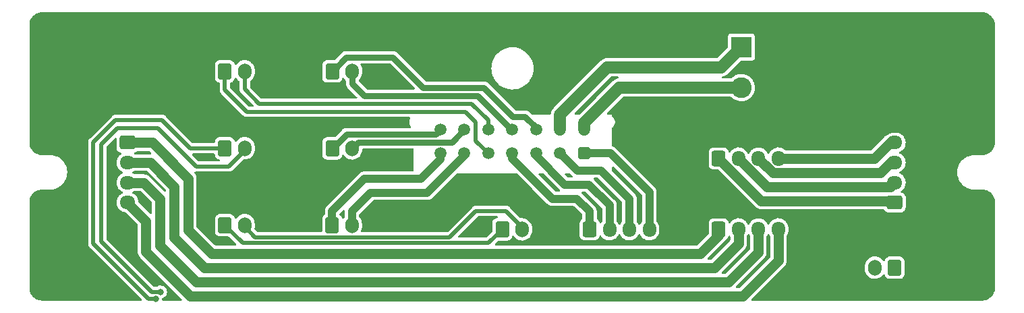
<source format=gbr>
%TF.GenerationSoftware,KiCad,Pcbnew,(6.0.0)*%
%TF.CreationDate,2022-01-12T18:20:28+01:00*%
%TF.ProjectId,Frame_PCB,4672616d-655f-4504-9342-2e6b69636164,rev?*%
%TF.SameCoordinates,Original*%
%TF.FileFunction,Copper,L2,Bot*%
%TF.FilePolarity,Positive*%
%FSLAX46Y46*%
G04 Gerber Fmt 4.6, Leading zero omitted, Abs format (unit mm)*
G04 Created by KiCad (PCBNEW (6.0.0)) date 2022-01-12 18:20:28*
%MOMM*%
%LPD*%
G01*
G04 APERTURE LIST*
G04 Aperture macros list*
%AMRoundRect*
0 Rectangle with rounded corners*
0 $1 Rounding radius*
0 $2 $3 $4 $5 $6 $7 $8 $9 X,Y pos of 4 corners*
0 Add a 4 corners polygon primitive as box body*
4,1,4,$2,$3,$4,$5,$6,$7,$8,$9,$2,$3,0*
0 Add four circle primitives for the rounded corners*
1,1,$1+$1,$2,$3*
1,1,$1+$1,$4,$5*
1,1,$1+$1,$6,$7*
1,1,$1+$1,$8,$9*
0 Add four rect primitives between the rounded corners*
20,1,$1+$1,$2,$3,$4,$5,0*
20,1,$1+$1,$4,$5,$6,$7,0*
20,1,$1+$1,$6,$7,$8,$9,0*
20,1,$1+$1,$8,$9,$2,$3,0*%
G04 Aperture macros list end*
%TA.AperFunction,ComponentPad*%
%ADD10RoundRect,0.250000X0.500000X0.500000X-0.500000X0.500000X-0.500000X-0.500000X0.500000X-0.500000X0*%
%TD*%
%TA.AperFunction,ComponentPad*%
%ADD11C,1.500000*%
%TD*%
%TA.AperFunction,ComponentPad*%
%ADD12RoundRect,0.250000X0.600000X0.750000X-0.600000X0.750000X-0.600000X-0.750000X0.600000X-0.750000X0*%
%TD*%
%TA.AperFunction,ComponentPad*%
%ADD13O,1.700000X2.000000*%
%TD*%
%TA.AperFunction,ComponentPad*%
%ADD14RoundRect,0.250000X-0.600000X-0.750000X0.600000X-0.750000X0.600000X0.750000X-0.600000X0.750000X0*%
%TD*%
%TA.AperFunction,ComponentPad*%
%ADD15RoundRect,0.250000X-0.600000X-0.725000X0.600000X-0.725000X0.600000X0.725000X-0.600000X0.725000X0*%
%TD*%
%TA.AperFunction,ComponentPad*%
%ADD16O,1.700000X1.950000*%
%TD*%
%TA.AperFunction,ComponentPad*%
%ADD17R,2.600000X2.600000*%
%TD*%
%TA.AperFunction,ComponentPad*%
%ADD18C,2.600000*%
%TD*%
%TA.AperFunction,ComponentPad*%
%ADD19RoundRect,0.250000X-0.725000X0.600000X-0.725000X-0.600000X0.725000X-0.600000X0.725000X0.600000X0*%
%TD*%
%TA.AperFunction,ComponentPad*%
%ADD20O,1.950000X1.700000*%
%TD*%
%TA.AperFunction,ComponentPad*%
%ADD21RoundRect,0.250000X0.725000X-0.600000X0.725000X0.600000X-0.725000X0.600000X-0.725000X-0.600000X0*%
%TD*%
%TA.AperFunction,ViaPad*%
%ADD22C,0.800000*%
%TD*%
%TA.AperFunction,Conductor*%
%ADD23C,0.750000*%
%TD*%
%TA.AperFunction,Conductor*%
%ADD24C,1.000000*%
%TD*%
%TA.AperFunction,Conductor*%
%ADD25C,0.500000*%
%TD*%
%TA.AperFunction,Conductor*%
%ADD26C,1.500000*%
%TD*%
%TA.AperFunction,Conductor*%
%ADD27C,1.250000*%
%TD*%
%TA.AperFunction,Conductor*%
%ADD28C,0.250000*%
%TD*%
G04 APERTURE END LIST*
D10*
%TO.P,J1,1,Pin_1*%
%TO.N,Net-(J1-Pad1)*%
X109000000Y-99629000D03*
D11*
%TO.P,J1,2,Pin_2*%
%TO.N,Net-(J1-Pad2)*%
X106000000Y-99629000D03*
%TO.P,J1,3,Pin_3*%
%TO.N,Net-(J1-Pad3)*%
X103000000Y-99629000D03*
%TO.P,J1,4,Pin_4*%
%TO.N,Net-(J1-Pad4)*%
X100000000Y-99629000D03*
%TO.P,J1,5,Pin_5*%
%TO.N,Net-(J1-Pad5)*%
X97000000Y-99629000D03*
%TO.P,J1,6,Pin_6*%
%TO.N,Net-(J1-Pad6)*%
X94000000Y-99629000D03*
%TO.P,J1,7,Pin_7*%
%TO.N,Net-(J1-Pad7)*%
X91000000Y-99629000D03*
%TO.P,J1,8,Pin_8*%
%TO.N,Net-(J1-Pad8)*%
X109000000Y-96629000D03*
%TO.P,J1,9,Pin_9*%
%TO.N,Net-(J1-Pad9)*%
X106000000Y-96629000D03*
%TO.P,J1,10,Pin_10*%
%TO.N,Net-(J1-Pad10)*%
X103000000Y-96629000D03*
%TO.P,J1,11,Pin_11*%
%TO.N,Net-(J1-Pad11)*%
X100000000Y-96629000D03*
%TO.P,J1,12,Pin_12*%
%TO.N,Net-(J1-Pad12)*%
X97000000Y-96629000D03*
%TO.P,J1,13,Pin_13*%
%TO.N,Net-(J1-Pad13)*%
X94000000Y-96629000D03*
%TO.P,J1,14,Pin_14*%
%TO.N,Net-(J1-Pad14)*%
X91000000Y-96629000D03*
%TD*%
D12*
%TO.P,J9,1,Pin_1*%
%TO.N,Net-(J8-Pad1)*%
X148006000Y-113970000D03*
D13*
%TO.P,J9,2,Pin_2*%
%TO.N,Net-(J8-Pad2)*%
X145506000Y-113970000D03*
%TD*%
D14*
%TO.P,J3,1,Pin_1*%
%TO.N,Net-(J1-Pad14)*%
X77414000Y-99001000D03*
D13*
%TO.P,J3,2,Pin_2*%
%TO.N,Net-(J1-Pad13)*%
X79914000Y-99001000D03*
%TD*%
D14*
%TO.P,J4,1,Pin_1*%
%TO.N,Net-(J1-Pad7)*%
X77394000Y-108636000D03*
D13*
%TO.P,J4,2,Pin_2*%
%TO.N,Net-(J1-Pad6)*%
X79894000Y-108636000D03*
%TD*%
D14*
%TO.P,J6,1,Pin_1*%
%TO.N,Net-(J1-Pad10)*%
X77414000Y-89332000D03*
D13*
%TO.P,J6,2,Pin_2*%
%TO.N,Net-(J1-Pad11)*%
X79914000Y-89332000D03*
%TD*%
D14*
%TO.P,J7,1,Pin_1*%
%TO.N,Net-(J1-Pad5)*%
X63932000Y-89332000D03*
D13*
%TO.P,J7,2,Pin_2*%
%TO.N,Net-(J1-Pad12)*%
X66432000Y-89332000D03*
%TD*%
D15*
%TO.P,J2,1,Pin_1*%
%TO.N,Net-(J1-Pad4)*%
X109712000Y-109161000D03*
D16*
%TO.P,J2,2,Pin_2*%
%TO.N,Net-(J1-Pad3)*%
X112212000Y-109161000D03*
%TO.P,J2,3,Pin_3*%
%TO.N,Net-(J1-Pad2)*%
X114712000Y-109161000D03*
%TO.P,J2,4,Pin_4*%
%TO.N,Net-(J1-Pad1)*%
X117212000Y-109161000D03*
%TD*%
D17*
%TO.P,J5,1,Pin_1*%
%TO.N,Net-(J1-Pad9)*%
X128753000Y-86279000D03*
D18*
%TO.P,J5,2,Pin_2*%
%TO.N,Net-(J1-Pad8)*%
X128753000Y-91359000D03*
%TD*%
D14*
%TO.P,J10,1,Pin_1*%
%TO.N,Net-(J10-Pad1)*%
X63932000Y-108636000D03*
D13*
%TO.P,J10,2,Pin_2*%
%TO.N,Net-(J10-Pad2)*%
X66432000Y-108636000D03*
%TD*%
D14*
%TO.P,J8,1,Pin_1*%
%TO.N,Net-(J8-Pad1)*%
X63932000Y-98984000D03*
D13*
%TO.P,J8,2,Pin_2*%
%TO.N,Net-(J8-Pad2)*%
X66432000Y-98984000D03*
%TD*%
D15*
%TO.P,J17,1,Pin_1*%
%TO.N,Net-(J16-Pad1)*%
X125908000Y-100254000D03*
D16*
%TO.P,J17,2,Pin_2*%
%TO.N,Net-(J16-Pad2)*%
X128408000Y-100254000D03*
%TO.P,J17,3,Pin_3*%
%TO.N,Net-(J16-Pad3)*%
X130908000Y-100254000D03*
%TO.P,J17,4,Pin_4*%
%TO.N,Net-(J16-Pad4)*%
X133408000Y-100254000D03*
%TD*%
D19*
%TO.P,J14,1,Pin_1*%
%TO.N,Net-(J14-Pad1)*%
X51723000Y-98282000D03*
D20*
%TO.P,J14,2,Pin_2*%
%TO.N,Net-(J14-Pad2)*%
X51723000Y-100782000D03*
%TO.P,J14,3,Pin_3*%
%TO.N,Net-(J14-Pad3)*%
X51723000Y-103282000D03*
%TO.P,J14,4,Pin_4*%
%TO.N,Net-(J14-Pad4)*%
X51723000Y-105782000D03*
%TD*%
D14*
%TO.P,J11,1,Pin_1*%
%TO.N,Net-(J10-Pad1)*%
X98750000Y-109161000D03*
D13*
%TO.P,J11,2,Pin_2*%
%TO.N,Net-(J10-Pad2)*%
X101250000Y-109161000D03*
%TD*%
D21*
%TO.P,J16,1,Pin_1*%
%TO.N,Net-(J16-Pad1)*%
X148006000Y-105782000D03*
D20*
%TO.P,J16,2,Pin_2*%
%TO.N,Net-(J16-Pad2)*%
X148006000Y-103282000D03*
%TO.P,J16,3,Pin_3*%
%TO.N,Net-(J16-Pad3)*%
X148006000Y-100782000D03*
%TO.P,J16,4,Pin_4*%
%TO.N,Net-(J16-Pad4)*%
X148006000Y-98282000D03*
%TD*%
D15*
%TO.P,J15,1,Pin_1*%
%TO.N,Net-(J14-Pad1)*%
X125908000Y-109144000D03*
D16*
%TO.P,J15,2,Pin_2*%
%TO.N,Net-(J14-Pad2)*%
X128408000Y-109144000D03*
%TO.P,J15,3,Pin_3*%
%TO.N,Net-(J14-Pad3)*%
X130908000Y-109144000D03*
%TO.P,J15,4,Pin_4*%
%TO.N,Net-(J14-Pad4)*%
X133408000Y-109144000D03*
%TD*%
D22*
%TO.N,Net-(J8-Pad1)*%
X55245000Y-117867511D03*
%TO.N,Net-(J8-Pad2)*%
X55880000Y-117018011D03*
%TD*%
D23*
%TO.N,Net-(J1-Pad10)*%
X96444000Y-91364000D02*
X88824000Y-91364000D01*
X85014000Y-87554000D02*
X79172000Y-87554000D01*
X79172000Y-87554000D02*
X77414000Y-89312000D01*
X100076000Y-94996000D02*
X96444000Y-91364000D01*
X103000000Y-96396000D02*
X101600000Y-94996000D01*
X101600000Y-94996000D02*
X100076000Y-94996000D01*
X88824000Y-91364000D02*
X85014000Y-87554000D01*
D24*
%TO.N,Net-(J1-Pad1)*%
X109000000Y-99629000D02*
X112329000Y-99629000D01*
X117212000Y-104512000D02*
X117212000Y-109161000D01*
X112329000Y-99629000D02*
X117212000Y-104512000D01*
%TO.N,Net-(J1-Pad2)*%
X111176000Y-101778000D02*
X114712000Y-105314000D01*
X114712000Y-105314000D02*
X114712000Y-109161000D01*
X106000000Y-99629000D02*
X108149000Y-101778000D01*
X108149000Y-101778000D02*
X111176000Y-101778000D01*
%TO.N,Net-(J1-Pad3)*%
X103000000Y-99952000D02*
X106604000Y-103556000D01*
X112212000Y-106116000D02*
X112212000Y-109161000D01*
X103000000Y-99629000D02*
X103000000Y-99952000D01*
X106604000Y-103556000D02*
X109652000Y-103556000D01*
X109652000Y-103556000D02*
X112212000Y-106116000D01*
%TO.N,Net-(J1-Pad4)*%
X100000000Y-100254000D02*
X105080000Y-105334000D01*
X105080000Y-105334000D02*
X108128000Y-105334000D01*
X100000000Y-99629000D02*
X100000000Y-100254000D01*
X108128000Y-105334000D02*
X109712000Y-106918000D01*
X109712000Y-106918000D02*
X109712000Y-109161000D01*
D25*
%TO.N,Net-(J1-Pad5)*%
X94158000Y-94412000D02*
X95428000Y-95682000D01*
X63932000Y-91618000D02*
X66726000Y-94412000D01*
X95428000Y-95682000D02*
X95428000Y-98057000D01*
X66726000Y-94412000D02*
X94158000Y-94412000D01*
X95428000Y-98057000D02*
X97000000Y-99629000D01*
X63932000Y-89332000D02*
X63932000Y-91618000D01*
D24*
%TO.N,Net-(J1-Pad6)*%
X89332000Y-104572000D02*
X94000000Y-99904000D01*
X79894000Y-108636000D02*
X79894000Y-106898000D01*
X79894000Y-106898000D02*
X82220000Y-104572000D01*
X82220000Y-104572000D02*
X89332000Y-104572000D01*
X94000000Y-99904000D02*
X94000000Y-99629000D01*
%TO.N,Net-(J1-Pad7)*%
X77394000Y-108636000D02*
X77394000Y-106858000D01*
X81458000Y-102794000D02*
X88570000Y-102794000D01*
X88570000Y-102794000D02*
X91000000Y-100364000D01*
X91000000Y-100364000D02*
X91000000Y-99629000D01*
X77394000Y-106858000D02*
X81458000Y-102794000D01*
D26*
%TO.N,Net-(J1-Pad8)*%
X115555000Y-91359000D02*
X128753000Y-91359000D01*
X109000000Y-95826000D02*
X113462000Y-91364000D01*
X113462000Y-91364000D02*
X115550000Y-91364000D01*
X109000000Y-96629000D02*
X109000000Y-95826000D01*
X115550000Y-91364000D02*
X115555000Y-91359000D01*
%TO.N,Net-(J1-Pad9)*%
X126208000Y-88824000D02*
X128753000Y-86279000D01*
X111938000Y-88824000D02*
X126208000Y-88824000D01*
X106000000Y-94762000D02*
X111938000Y-88824000D01*
X106000000Y-96629000D02*
X106000000Y-94762000D01*
D25*
%TO.N,Net-(J1-Pad10)*%
X103000000Y-96629000D02*
X103000000Y-96396000D01*
X77414000Y-89332000D02*
X77414000Y-89312000D01*
X77414000Y-89312000D02*
X77414000Y-89840000D01*
%TO.N,Net-(J1-Pad11)*%
X99931000Y-96629000D02*
X100000000Y-96629000D01*
D23*
X79914000Y-89332000D02*
X79914000Y-90836000D01*
X95682000Y-92380000D02*
X99931000Y-96629000D01*
X81458000Y-92380000D02*
X95682000Y-92380000D01*
X79914000Y-90836000D02*
X81458000Y-92380000D01*
D25*
%TO.N,Net-(J1-Pad12)*%
X97000000Y-95476000D02*
X97000000Y-96629000D01*
X66432000Y-91578000D02*
X68250000Y-93396000D01*
X68250000Y-93396000D02*
X94920000Y-93396000D01*
X94920000Y-93396000D02*
X97000000Y-95476000D01*
X66432000Y-89332000D02*
X66432000Y-91578000D01*
D23*
%TO.N,Net-(J1-Pad13)*%
X79914000Y-99001000D02*
X80693000Y-98222000D01*
X80693000Y-98222000D02*
X92407000Y-98222000D01*
X92407000Y-98222000D02*
X94000000Y-96629000D01*
%TO.N,Net-(J1-Pad14)*%
X90423000Y-97206000D02*
X91000000Y-96629000D01*
X77414000Y-99001000D02*
X79209000Y-97206000D01*
X79209000Y-97206000D02*
X90423000Y-97206000D01*
D25*
%TO.N,Net-(J8-Pad1)*%
X50216000Y-95428000D02*
X56058000Y-95428000D01*
X54367511Y-117867511D02*
X47422000Y-110922000D01*
X55245000Y-117867511D02*
X54367511Y-117867511D01*
X56058000Y-95428000D02*
X59614000Y-98984000D01*
X47422000Y-98222000D02*
X50216000Y-95428000D01*
X63949000Y-99509000D02*
X63952000Y-99509000D01*
X47422000Y-110922000D02*
X47422000Y-98222000D01*
X59614000Y-98984000D02*
X63932000Y-98984000D01*
%TO.N,Net-(J8-Pad2)*%
X60376000Y-101270000D02*
X64440000Y-101270000D01*
X64440000Y-101270000D02*
X66432000Y-99278000D01*
X50470000Y-96444000D02*
X55550000Y-96444000D01*
X54788011Y-117018011D02*
X48438000Y-110668000D01*
X48438000Y-98476000D02*
X50470000Y-96444000D01*
X48438000Y-110668000D02*
X48438000Y-98476000D01*
X66432000Y-99278000D02*
X66432000Y-98984000D01*
X55550000Y-96444000D02*
X60376000Y-101270000D01*
X55880000Y-117018011D02*
X54788011Y-117018011D01*
%TO.N,Net-(J10-Pad1)*%
X98750000Y-109161000D02*
X97051480Y-110859520D01*
X66155520Y-110859520D02*
X63932000Y-108636000D01*
X98750000Y-109161000D02*
X98733000Y-109144000D01*
X97051480Y-110859520D02*
X66155520Y-110859520D01*
X63952000Y-109164000D02*
X63952000Y-109161000D01*
%TO.N,Net-(J10-Pad2)*%
X92126000Y-110160000D02*
X95428000Y-106858000D01*
X101250000Y-108870000D02*
X101250000Y-109161000D01*
X66432000Y-108850000D02*
X67742000Y-110160000D01*
X99238000Y-106858000D02*
X101250000Y-108870000D01*
X66432000Y-108636000D02*
X66432000Y-108850000D01*
X67742000Y-110160000D02*
X92126000Y-110160000D01*
X95428000Y-106858000D02*
X99238000Y-106858000D01*
D27*
%TO.N,Net-(J14-Pad1)*%
X59360000Y-102794000D02*
X59360000Y-109271000D01*
X51723000Y-98282000D02*
X54848000Y-98282000D01*
X123622000Y-112192000D02*
X125908000Y-109906000D01*
X54848000Y-98282000D02*
X59360000Y-102794000D01*
X62281000Y-112192000D02*
X123622000Y-112192000D01*
X59360000Y-109271000D02*
X62281000Y-112192000D01*
X125908000Y-109906000D02*
X125908000Y-109144000D01*
%TO.N,Net-(J14-Pad2)*%
X54554000Y-100782000D02*
X57582000Y-103810000D01*
X51723000Y-100782000D02*
X54554000Y-100782000D01*
X61392000Y-113970000D02*
X125400000Y-113970000D01*
X57582000Y-103810000D02*
X57582000Y-110160000D01*
X128408000Y-110962000D02*
X128408000Y-109144000D01*
X57582000Y-110160000D02*
X61392000Y-113970000D01*
X125400000Y-113970000D02*
X128408000Y-110962000D01*
%TO.N,Net-(J14-Pad3)*%
X130908000Y-112018000D02*
X130908000Y-109144000D01*
X55804000Y-105334000D02*
X55804000Y-111176000D01*
X127178000Y-115748000D02*
X130908000Y-112018000D01*
X55804000Y-111176000D02*
X60376000Y-115748000D01*
X51723000Y-103282000D02*
X53752000Y-103282000D01*
X53752000Y-103282000D02*
X55804000Y-105334000D01*
X60376000Y-115748000D02*
X127178000Y-115748000D01*
D28*
%TO.N,Net-(J14-Pad4)*%
X51723000Y-106290000D02*
X51723000Y-106415000D01*
D27*
X128956000Y-117526000D02*
X133408000Y-113074000D01*
X54026000Y-111938000D02*
X59614000Y-117526000D01*
X51723000Y-105825000D02*
X54026000Y-108128000D01*
X133408000Y-113074000D02*
X133408000Y-109144000D01*
X59614000Y-117526000D02*
X128956000Y-117526000D01*
X51723000Y-105782000D02*
X51723000Y-105825000D01*
X54026000Y-108128000D02*
X54026000Y-111938000D01*
%TO.N,Net-(J16-Pad1)*%
X131242000Y-105588000D02*
X147812000Y-105588000D01*
X125908000Y-100254000D02*
X131242000Y-105588000D01*
D23*
X147812000Y-105588000D02*
X148006000Y-105782000D01*
%TO.N,Net-(J16-Pad2)*%
X147478000Y-103810000D02*
X148006000Y-103282000D01*
D27*
X128408000Y-100254000D02*
X131964000Y-103810000D01*
X131964000Y-103810000D02*
X147478000Y-103810000D01*
%TO.N,Net-(J16-Pad3)*%
X146206480Y-102053520D02*
X147478000Y-100782000D01*
X147478000Y-100782000D02*
X148006000Y-100782000D01*
X130908000Y-100254000D02*
X132707520Y-102053520D01*
X132707520Y-102053520D02*
X146206480Y-102053520D01*
%TO.N,Net-(J16-Pad4)*%
X147438000Y-98282000D02*
X148006000Y-98282000D01*
X133408000Y-100254000D02*
X145466000Y-100254000D01*
X145466000Y-100254000D02*
X147438000Y-98282000D01*
%TD*%
%TA.AperFunction,NonConductor*%
G36*
X84708709Y-88349502D02*
G01*
X84729683Y-88366405D01*
X87752682Y-91389405D01*
X87786708Y-91451717D01*
X87781643Y-91522533D01*
X87739096Y-91579368D01*
X87672576Y-91604179D01*
X87663587Y-91604500D01*
X81831413Y-91604500D01*
X81763292Y-91584498D01*
X81742318Y-91567595D01*
X80761115Y-90586393D01*
X80727090Y-90524081D01*
X80732154Y-90453266D01*
X80763757Y-90406284D01*
X80763854Y-90406210D01*
X80914086Y-90241107D01*
X81032707Y-90052010D01*
X81115966Y-89844895D01*
X81123366Y-89809165D01*
X81160296Y-89630834D01*
X81161233Y-89626310D01*
X81164500Y-89569651D01*
X81164500Y-89125370D01*
X81149711Y-88959661D01*
X81147895Y-88953021D01*
X81092288Y-88749760D01*
X81090808Y-88744349D01*
X80994708Y-88542871D01*
X80991436Y-88538318D01*
X80991434Y-88538314D01*
X80984761Y-88529028D01*
X80961252Y-88462037D01*
X80977693Y-88392970D01*
X81028864Y-88343756D01*
X81087082Y-88329500D01*
X84640588Y-88329500D01*
X84708709Y-88349502D01*
G37*
%TD.AperFunction*%
%TA.AperFunction,NonConductor*%
G36*
X65342932Y-90138269D02*
G01*
X65393239Y-90179506D01*
X65478270Y-90297839D01*
X65478276Y-90297846D01*
X65481552Y-90302405D01*
X65529862Y-90349221D01*
X65637228Y-90453266D01*
X65641854Y-90457749D01*
X65718996Y-90509586D01*
X65725776Y-90514142D01*
X65771161Y-90568738D01*
X65781500Y-90618724D01*
X65781500Y-91497000D01*
X65780951Y-91508640D01*
X65779240Y-91516296D01*
X65779489Y-91524219D01*
X65781438Y-91586230D01*
X65781500Y-91590188D01*
X65781500Y-91618925D01*
X65781995Y-91622842D01*
X65782039Y-91623191D01*
X65782971Y-91635024D01*
X65784403Y-91680569D01*
X65786615Y-91688183D01*
X65786616Y-91688188D01*
X65790278Y-91700792D01*
X65794289Y-91720156D01*
X65796929Y-91741058D01*
X65799848Y-91748429D01*
X65799848Y-91748431D01*
X65813702Y-91783420D01*
X65817541Y-91794631D01*
X65830256Y-91838398D01*
X65840981Y-91856533D01*
X65849676Y-91874281D01*
X65857432Y-91893871D01*
X65884218Y-91930738D01*
X65890725Y-91940646D01*
X65909883Y-91973042D01*
X65909887Y-91973047D01*
X65913919Y-91979865D01*
X65928812Y-91994758D01*
X65941653Y-92009792D01*
X65954037Y-92026837D01*
X65960145Y-92031890D01*
X65989143Y-92055879D01*
X65997923Y-92063869D01*
X67480459Y-93546405D01*
X67514485Y-93608717D01*
X67509420Y-93679532D01*
X67466873Y-93736368D01*
X67400353Y-93761179D01*
X67391364Y-93761500D01*
X67047636Y-93761500D01*
X66979515Y-93741498D01*
X66958541Y-93724595D01*
X64619405Y-91385459D01*
X64585379Y-91323147D01*
X64582500Y-91296364D01*
X64582500Y-90839329D01*
X64602502Y-90771208D01*
X64656158Y-90724715D01*
X64673347Y-90718332D01*
X64784785Y-90685956D01*
X64784786Y-90685955D01*
X64792398Y-90683744D01*
X64817671Y-90668798D01*
X64927044Y-90604115D01*
X64933865Y-90600081D01*
X65050081Y-90483865D01*
X65133744Y-90342398D01*
X65169921Y-90217878D01*
X65208133Y-90158044D01*
X65272629Y-90128366D01*
X65342932Y-90138269D01*
G37*
%TD.AperFunction*%
%TA.AperFunction,NonConductor*%
G36*
X113329233Y-89994502D02*
G01*
X113375726Y-90048158D01*
X113385830Y-90118432D01*
X113356336Y-90183012D01*
X113296610Y-90221396D01*
X113272641Y-90225971D01*
X113251440Y-90227919D01*
X113245875Y-90229489D01*
X113242716Y-90230074D01*
X113230607Y-90232482D01*
X113227504Y-90233142D01*
X113221773Y-90233820D01*
X113189882Y-90243723D01*
X113136799Y-90260205D01*
X113133636Y-90261142D01*
X113053493Y-90283744D01*
X113053479Y-90283749D01*
X113047931Y-90285314D01*
X113042756Y-90287866D01*
X113039867Y-90288975D01*
X113028248Y-90293611D01*
X113025354Y-90294810D01*
X113019837Y-90296523D01*
X113014725Y-90299213D01*
X113014724Y-90299213D01*
X112941073Y-90337963D01*
X112938133Y-90339461D01*
X112863476Y-90376277D01*
X112863471Y-90376280D01*
X112858290Y-90378835D01*
X112853659Y-90382293D01*
X112850965Y-90383944D01*
X112840382Y-90390621D01*
X112837809Y-90392292D01*
X112832708Y-90394976D01*
X112828177Y-90398548D01*
X112762800Y-90450087D01*
X112760199Y-90452083D01*
X112688867Y-90505349D01*
X112632690Y-90566121D01*
X112629260Y-90569687D01*
X110546540Y-92652408D01*
X108493853Y-94705095D01*
X108431541Y-94739121D01*
X108404758Y-94742000D01*
X107951243Y-94742000D01*
X107883122Y-94721998D01*
X107836629Y-94668342D01*
X107826525Y-94598068D01*
X107856019Y-94533488D01*
X107862148Y-94526905D01*
X112377648Y-90011405D01*
X112439960Y-89977379D01*
X112466743Y-89974500D01*
X113261112Y-89974500D01*
X113329233Y-89994502D01*
G37*
%TD.AperFunction*%
%TA.AperFunction,NonConductor*%
G36*
X54439155Y-99327502D02*
G01*
X54460129Y-99344405D01*
X54652795Y-99537071D01*
X54686821Y-99599383D01*
X54681756Y-99670198D01*
X54639209Y-99727034D01*
X54572689Y-99751845D01*
X54563597Y-99752153D01*
X54557597Y-99751544D01*
X54511081Y-99755941D01*
X54499224Y-99756500D01*
X52654889Y-99756500D01*
X52586768Y-99736498D01*
X52540275Y-99682842D01*
X52530171Y-99612568D01*
X52559665Y-99547988D01*
X52619736Y-99509503D01*
X52700785Y-99485956D01*
X52700786Y-99485955D01*
X52708398Y-99483744D01*
X52760680Y-99452825D01*
X52843044Y-99404115D01*
X52849865Y-99400081D01*
X52905541Y-99344405D01*
X52967853Y-99310379D01*
X52994636Y-99307500D01*
X54371034Y-99307500D01*
X54439155Y-99327502D01*
G37*
%TD.AperFunction*%
%TA.AperFunction,NonConductor*%
G36*
X62623621Y-99654502D02*
G01*
X62670114Y-99708158D01*
X62681500Y-99760500D01*
X62681500Y-99799694D01*
X62681692Y-99802140D01*
X62681693Y-99802153D01*
X62681746Y-99802822D01*
X62684402Y-99836569D01*
X62688304Y-99850000D01*
X62727436Y-99984690D01*
X62730256Y-99994398D01*
X62734291Y-100001220D01*
X62734291Y-100001221D01*
X62795544Y-100104795D01*
X62813919Y-100135865D01*
X62930135Y-100252081D01*
X62936956Y-100256115D01*
X63015574Y-100302609D01*
X63071602Y-100335744D01*
X63079214Y-100337955D01*
X63079215Y-100337956D01*
X63198126Y-100372503D01*
X63257962Y-100410716D01*
X63287639Y-100475213D01*
X63277736Y-100545515D01*
X63231396Y-100599303D01*
X63162973Y-100619500D01*
X60697636Y-100619500D01*
X60629515Y-100599498D01*
X60608541Y-100582595D01*
X59875541Y-99849595D01*
X59841515Y-99787283D01*
X59846580Y-99716468D01*
X59889127Y-99659632D01*
X59955647Y-99634821D01*
X59964636Y-99634500D01*
X62555500Y-99634500D01*
X62623621Y-99654502D01*
G37*
%TD.AperFunction*%
%TA.AperFunction,NonConductor*%
G36*
X107221432Y-102128002D02*
G01*
X107242406Y-102144905D01*
X107455122Y-102357621D01*
X107467959Y-102372649D01*
X107476112Y-102383871D01*
X107481014Y-102388284D01*
X107481015Y-102388286D01*
X107526487Y-102429229D01*
X107531271Y-102433770D01*
X107537906Y-102440405D01*
X107571932Y-102502717D01*
X107566867Y-102573532D01*
X107524320Y-102630368D01*
X107457800Y-102655179D01*
X107448811Y-102655500D01*
X107029190Y-102655500D01*
X106961069Y-102635498D01*
X106940095Y-102618595D01*
X106644595Y-102323095D01*
X106610569Y-102260783D01*
X106615634Y-102189968D01*
X106658181Y-102133132D01*
X106724701Y-102108321D01*
X106733690Y-102108000D01*
X107153311Y-102108000D01*
X107221432Y-102128002D01*
G37*
%TD.AperFunction*%
%TA.AperFunction,NonConductor*%
G36*
X103898432Y-102128002D02*
G01*
X103919406Y-102144905D01*
X105910128Y-104135628D01*
X105922963Y-104150655D01*
X105931112Y-104161871D01*
X105936015Y-104166285D01*
X105936017Y-104166288D01*
X105981477Y-104207220D01*
X105986261Y-104211761D01*
X105992905Y-104218405D01*
X106026931Y-104280717D01*
X106021866Y-104351532D01*
X105979319Y-104408368D01*
X105912799Y-104433179D01*
X105903810Y-104433500D01*
X105505190Y-104433500D01*
X105437069Y-104413498D01*
X105416095Y-104396595D01*
X104382644Y-103363144D01*
X103342594Y-102323095D01*
X103308569Y-102260783D01*
X103313633Y-102189968D01*
X103356180Y-102133132D01*
X103422700Y-102108321D01*
X103431689Y-102108000D01*
X103830311Y-102108000D01*
X103898432Y-102128002D01*
G37*
%TD.AperFunction*%
%TA.AperFunction,NonConductor*%
G36*
X54145155Y-101827502D02*
G01*
X54166129Y-101844405D01*
X56519595Y-104197871D01*
X56553621Y-104260183D01*
X56556500Y-104286966D01*
X56556500Y-104332034D01*
X56536498Y-104400155D01*
X56482842Y-104446648D01*
X56412568Y-104456752D01*
X56347988Y-104427258D01*
X56341405Y-104421129D01*
X54521523Y-102601247D01*
X54512422Y-102591104D01*
X54509882Y-102587945D01*
X54488237Y-102561024D01*
X54483519Y-102557065D01*
X54483511Y-102557057D01*
X54449156Y-102528230D01*
X54445504Y-102525044D01*
X54443528Y-102523252D01*
X54441354Y-102521078D01*
X54407539Y-102493301D01*
X54406557Y-102492486D01*
X54401004Y-102487826D01*
X54334177Y-102431752D01*
X54329431Y-102429143D01*
X54325242Y-102425702D01*
X54319820Y-102422795D01*
X54319816Y-102422792D01*
X54241894Y-102381011D01*
X54240735Y-102380382D01*
X54237378Y-102378536D01*
X54157942Y-102334866D01*
X54152783Y-102333229D01*
X54148002Y-102330666D01*
X54142112Y-102328865D01*
X54142109Y-102328864D01*
X54087221Y-102312084D01*
X54057500Y-102302997D01*
X54056411Y-102302659D01*
X53966245Y-102274056D01*
X53960860Y-102273452D01*
X53955679Y-102271868D01*
X53949554Y-102271246D01*
X53949550Y-102271245D01*
X53894322Y-102265635D01*
X53861613Y-102262313D01*
X53860432Y-102262187D01*
X53833893Y-102259210D01*
X53813230Y-102256892D01*
X53813224Y-102256892D01*
X53809732Y-102256500D01*
X53806209Y-102256500D01*
X53805009Y-102256433D01*
X53799307Y-102255984D01*
X53761725Y-102252166D01*
X53761720Y-102252166D01*
X53755597Y-102251544D01*
X53709081Y-102255941D01*
X53697224Y-102256500D01*
X52602842Y-102256500D01*
X52535887Y-102237238D01*
X52418010Y-102163293D01*
X52412800Y-102161199D01*
X52412793Y-102161195D01*
X52379868Y-102147959D01*
X52324123Y-102103992D01*
X52300998Y-102036868D01*
X52317835Y-101967896D01*
X52372620Y-101917326D01*
X52482062Y-101865125D01*
X52482063Y-101865124D01*
X52487129Y-101862708D01*
X52531010Y-101831176D01*
X52604534Y-101807500D01*
X54077034Y-101807500D01*
X54145155Y-101827502D01*
G37*
%TD.AperFunction*%
%TA.AperFunction,NonConductor*%
G36*
X53343155Y-104327502D02*
G01*
X53364129Y-104344405D01*
X54741595Y-105721871D01*
X54775621Y-105784183D01*
X54778500Y-105810966D01*
X54778500Y-107126034D01*
X54758498Y-107194155D01*
X54704842Y-107240648D01*
X54634568Y-107250752D01*
X54569988Y-107221258D01*
X54563405Y-107215129D01*
X53135364Y-105787088D01*
X53101338Y-105724776D01*
X53099372Y-105713130D01*
X53099285Y-105712406D01*
X53076117Y-105520956D01*
X53010481Y-105307600D01*
X52908099Y-105109241D01*
X52904690Y-105104799D01*
X52904688Y-105104795D01*
X52775620Y-104936590D01*
X52772210Y-104932146D01*
X52607107Y-104781914D01*
X52418010Y-104663293D01*
X52412800Y-104661199D01*
X52412793Y-104661195D01*
X52379868Y-104647959D01*
X52324123Y-104603992D01*
X52300998Y-104536868D01*
X52317835Y-104467896D01*
X52372620Y-104417326D01*
X52482062Y-104365125D01*
X52482063Y-104365124D01*
X52487129Y-104362708D01*
X52531010Y-104331176D01*
X52604534Y-104307500D01*
X53275034Y-104307500D01*
X53343155Y-104327502D01*
G37*
%TD.AperFunction*%
%TA.AperFunction,NonConductor*%
G36*
X78912473Y-106717192D02*
G01*
X78969309Y-106759739D01*
X78994120Y-106826259D01*
X78993821Y-106844217D01*
X78994017Y-106844227D01*
X78993843Y-106847541D01*
X78993500Y-106850808D01*
X78993500Y-106871126D01*
X78993327Y-106877720D01*
X78990127Y-106938787D01*
X78989781Y-106945388D01*
X78990813Y-106951904D01*
X78991949Y-106959076D01*
X78993500Y-106978787D01*
X78993500Y-107568703D01*
X78973498Y-107636824D01*
X78960694Y-107653502D01*
X78897687Y-107722746D01*
X78897685Y-107722749D01*
X78893914Y-107726893D01*
X78890937Y-107731639D01*
X78890933Y-107731644D01*
X78876034Y-107755396D01*
X78861714Y-107778225D01*
X78859572Y-107781639D01*
X78806429Y-107828717D01*
X78736270Y-107839589D01*
X78671370Y-107810805D01*
X78631838Y-107749836D01*
X78597956Y-107633215D01*
X78597955Y-107633214D01*
X78595744Y-107625602D01*
X78538320Y-107528502D01*
X78516115Y-107490956D01*
X78512081Y-107484135D01*
X78395865Y-107367919D01*
X78389041Y-107363883D01*
X78385951Y-107362056D01*
X78384019Y-107359987D01*
X78382775Y-107359022D01*
X78382931Y-107358821D01*
X78337498Y-107310164D01*
X78324791Y-107240314D01*
X78351865Y-107174682D01*
X78360993Y-107164506D01*
X78779346Y-106746153D01*
X78841658Y-106712127D01*
X78912473Y-106717192D01*
G37*
%TD.AperFunction*%
%TA.AperFunction,NonConductor*%
G36*
X109294932Y-104476502D02*
G01*
X109315906Y-104493405D01*
X111274595Y-106452095D01*
X111308621Y-106514407D01*
X111311500Y-106541190D01*
X111311500Y-108118703D01*
X111291498Y-108186824D01*
X111278694Y-108203502D01*
X111227383Y-108259893D01*
X111211914Y-108276893D01*
X111208937Y-108281639D01*
X111208933Y-108281644D01*
X111188236Y-108314639D01*
X111180328Y-108327246D01*
X111177572Y-108331639D01*
X111124429Y-108378717D01*
X111054270Y-108389589D01*
X110989370Y-108360805D01*
X110949838Y-108299836D01*
X110915956Y-108183215D01*
X110915955Y-108183214D01*
X110913744Y-108175602D01*
X110882698Y-108123105D01*
X110834115Y-108040956D01*
X110830081Y-108034135D01*
X110713865Y-107917919D01*
X110707047Y-107913887D01*
X110707042Y-107913883D01*
X110674360Y-107894555D01*
X110625908Y-107842662D01*
X110612500Y-107786102D01*
X110612500Y-106998787D01*
X110614051Y-106979076D01*
X110615187Y-106971904D01*
X110616219Y-106965388D01*
X110615513Y-106951904D01*
X110612673Y-106897727D01*
X110612500Y-106891133D01*
X110612500Y-106870808D01*
X110610398Y-106850808D01*
X110610375Y-106850585D01*
X110609858Y-106844011D01*
X110606658Y-106782955D01*
X110606658Y-106782954D01*
X110606312Y-106776354D01*
X110602726Y-106762971D01*
X110599123Y-106743533D01*
X110598364Y-106736312D01*
X110597674Y-106729744D01*
X110576729Y-106665281D01*
X110574860Y-106658973D01*
X110570355Y-106642159D01*
X110557320Y-106593512D01*
X110551027Y-106581160D01*
X110543464Y-106562903D01*
X110543023Y-106561547D01*
X110539179Y-106549716D01*
X110534257Y-106541190D01*
X110505297Y-106491029D01*
X110502151Y-106485234D01*
X110474381Y-106430734D01*
X110474379Y-106430731D01*
X110471383Y-106424851D01*
X110462661Y-106414080D01*
X110451466Y-106397791D01*
X110444533Y-106385784D01*
X110425685Y-106364851D01*
X110399185Y-106335420D01*
X110394901Y-106330404D01*
X110384195Y-106317184D01*
X110382119Y-106314620D01*
X110367770Y-106300271D01*
X110363229Y-106295487D01*
X110322286Y-106250015D01*
X110322284Y-106250014D01*
X110317871Y-106245112D01*
X110306649Y-106236959D01*
X110291621Y-106224122D01*
X108821878Y-104754379D01*
X108809041Y-104739351D01*
X108800888Y-104728129D01*
X108781443Y-104710620D01*
X108750513Y-104682771D01*
X108745729Y-104678230D01*
X108739094Y-104671595D01*
X108705068Y-104609283D01*
X108710133Y-104538468D01*
X108752680Y-104481632D01*
X108819200Y-104456821D01*
X108828189Y-104456500D01*
X109226811Y-104456500D01*
X109294932Y-104476502D01*
G37*
%TD.AperFunction*%
%TA.AperFunction,NonConductor*%
G36*
X110818932Y-102698502D02*
G01*
X110839906Y-102715405D01*
X113774595Y-105650094D01*
X113808621Y-105712406D01*
X113811500Y-105739189D01*
X113811500Y-108118703D01*
X113791498Y-108186824D01*
X113778694Y-108203502D01*
X113727383Y-108259893D01*
X113711914Y-108276893D01*
X113593293Y-108465990D01*
X113591199Y-108471200D01*
X113591195Y-108471207D01*
X113577959Y-108504132D01*
X113533992Y-108559877D01*
X113466868Y-108583002D01*
X113397896Y-108566165D01*
X113347326Y-108511380D01*
X113325676Y-108465990D01*
X113292708Y-108396871D01*
X113162448Y-108215595D01*
X113150816Y-108204323D01*
X113115816Y-108142553D01*
X113112500Y-108113838D01*
X113112500Y-106196787D01*
X113114051Y-106177076D01*
X113115187Y-106169904D01*
X113116219Y-106163388D01*
X113112673Y-106095721D01*
X113112500Y-106089127D01*
X113112500Y-106068808D01*
X113112156Y-106065534D01*
X113110376Y-106048595D01*
X113109859Y-106042020D01*
X113107981Y-106006194D01*
X113106313Y-105974355D01*
X113102725Y-105960964D01*
X113099122Y-105941522D01*
X113098365Y-105934315D01*
X113098364Y-105934311D01*
X113097674Y-105927744D01*
X113076734Y-105863298D01*
X113074860Y-105856972D01*
X113059028Y-105797885D01*
X113059027Y-105797882D01*
X113057320Y-105791512D01*
X113053586Y-105784183D01*
X113051027Y-105779160D01*
X113043464Y-105760903D01*
X113042773Y-105758776D01*
X113039179Y-105747716D01*
X113024258Y-105721871D01*
X113005297Y-105689029D01*
X113002151Y-105683234D01*
X112974383Y-105628739D01*
X112971383Y-105622851D01*
X112962663Y-105612083D01*
X112951462Y-105595786D01*
X112947833Y-105589500D01*
X112944533Y-105583784D01*
X112940117Y-105578879D01*
X112940113Y-105578874D01*
X112899188Y-105533421D01*
X112894908Y-105528411D01*
X112884194Y-105515181D01*
X112884193Y-105515180D01*
X112882120Y-105512620D01*
X112867761Y-105498261D01*
X112863220Y-105493477D01*
X112822288Y-105448017D01*
X112822285Y-105448015D01*
X112817871Y-105443112D01*
X112806655Y-105434963D01*
X112791628Y-105422128D01*
X110345878Y-102976379D01*
X110333041Y-102961351D01*
X110324888Y-102950129D01*
X110274513Y-102904771D01*
X110269729Y-102900230D01*
X110263094Y-102893595D01*
X110229068Y-102831283D01*
X110234133Y-102760468D01*
X110276680Y-102703632D01*
X110343200Y-102678821D01*
X110352189Y-102678500D01*
X110750811Y-102678500D01*
X110818932Y-102698502D01*
G37*
%TD.AperFunction*%
%TA.AperFunction,NonConductor*%
G36*
X112730512Y-101304465D02*
G01*
X112737094Y-101310593D01*
X114507240Y-103080740D01*
X116274595Y-104848095D01*
X116308621Y-104910407D01*
X116311500Y-104937190D01*
X116311500Y-108118703D01*
X116291498Y-108186824D01*
X116278694Y-108203502D01*
X116227383Y-108259893D01*
X116211914Y-108276893D01*
X116093293Y-108465990D01*
X116091199Y-108471200D01*
X116091195Y-108471207D01*
X116077959Y-108504132D01*
X116033992Y-108559877D01*
X115966868Y-108583002D01*
X115897896Y-108566165D01*
X115847326Y-108511380D01*
X115825676Y-108465990D01*
X115792708Y-108396871D01*
X115662448Y-108215595D01*
X115650816Y-108204323D01*
X115615816Y-108142553D01*
X115612500Y-108113838D01*
X115612500Y-105394787D01*
X115614051Y-105375076D01*
X115615187Y-105367904D01*
X115616219Y-105361388D01*
X115614647Y-105331383D01*
X115612673Y-105293727D01*
X115612500Y-105287133D01*
X115612500Y-105266808D01*
X115611249Y-105254901D01*
X115610375Y-105246585D01*
X115609858Y-105240011D01*
X115606658Y-105178955D01*
X115606658Y-105178954D01*
X115606312Y-105172354D01*
X115602726Y-105158971D01*
X115599123Y-105139533D01*
X115598364Y-105132312D01*
X115597674Y-105125744D01*
X115576729Y-105061281D01*
X115574860Y-105054973D01*
X115557320Y-104989512D01*
X115551027Y-104977160D01*
X115543464Y-104958903D01*
X115543023Y-104957547D01*
X115539179Y-104945716D01*
X115533910Y-104936590D01*
X115505297Y-104887029D01*
X115502151Y-104881234D01*
X115474381Y-104826734D01*
X115474379Y-104826731D01*
X115471383Y-104820851D01*
X115462661Y-104810080D01*
X115451466Y-104793791D01*
X115444533Y-104781784D01*
X115413541Y-104747364D01*
X115399185Y-104731420D01*
X115394901Y-104726404D01*
X115384195Y-104713184D01*
X115382119Y-104710620D01*
X115367770Y-104696271D01*
X115363229Y-104691487D01*
X115322286Y-104646015D01*
X115322284Y-104646014D01*
X115317871Y-104641112D01*
X115306649Y-104632959D01*
X115291621Y-104620122D01*
X112558905Y-101887406D01*
X112524879Y-101825094D01*
X112522000Y-101798311D01*
X112522000Y-101399689D01*
X112542002Y-101331568D01*
X112595658Y-101285075D01*
X112665932Y-101274971D01*
X112730512Y-101304465D01*
G37*
%TD.AperFunction*%
%TA.AperFunction,NonConductor*%
G36*
X98152427Y-107528502D02*
G01*
X98198920Y-107582158D01*
X98209024Y-107652432D01*
X98179530Y-107717012D01*
X98119804Y-107755396D01*
X98089248Y-107760403D01*
X98086772Y-107760500D01*
X98084306Y-107760500D01*
X98081860Y-107760692D01*
X98081847Y-107760693D01*
X98060584Y-107762367D01*
X98047431Y-107763402D01*
X98028455Y-107768915D01*
X97897215Y-107807044D01*
X97897214Y-107807045D01*
X97889602Y-107809256D01*
X97882780Y-107813291D01*
X97882779Y-107813291D01*
X97754956Y-107888885D01*
X97748135Y-107892919D01*
X97631919Y-108009135D01*
X97548256Y-108150602D01*
X97546045Y-108158214D01*
X97546044Y-108158215D01*
X97532988Y-108203154D01*
X97502402Y-108308431D01*
X97501367Y-108321584D01*
X97499693Y-108342847D01*
X97499692Y-108342860D01*
X97499500Y-108345306D01*
X97499500Y-109439364D01*
X97479498Y-109507485D01*
X97462595Y-109528459D01*
X96818939Y-110172115D01*
X96756627Y-110206141D01*
X96729844Y-110209020D01*
X93301116Y-110209020D01*
X93232995Y-110189018D01*
X93186502Y-110135362D01*
X93176398Y-110065088D01*
X93205892Y-110000508D01*
X93212021Y-109993925D01*
X95660541Y-107545405D01*
X95722853Y-107511379D01*
X95749636Y-107508500D01*
X98084306Y-107508500D01*
X98152427Y-107528502D01*
G37*
%TD.AperFunction*%
%TA.AperFunction,NonConductor*%
G36*
X127308515Y-109961127D02*
G01*
X127362303Y-110007466D01*
X127382500Y-110075889D01*
X127382500Y-110485034D01*
X127362498Y-110553155D01*
X127345595Y-110574129D01*
X125012129Y-112907595D01*
X124949817Y-112941621D01*
X124923034Y-112944500D01*
X124623966Y-112944500D01*
X124555845Y-112924498D01*
X124509352Y-112870842D01*
X124499248Y-112800568D01*
X124528742Y-112735988D01*
X124534871Y-112729405D01*
X126588753Y-110675523D01*
X126598896Y-110666422D01*
X126624171Y-110646100D01*
X126628976Y-110642237D01*
X126661772Y-110603153D01*
X126664957Y-110599503D01*
X126666749Y-110597527D01*
X126668922Y-110595354D01*
X126696731Y-110561500D01*
X126697514Y-110560557D01*
X126754295Y-110492889D01*
X126754298Y-110492884D01*
X126758248Y-110488177D01*
X126758787Y-110488630D01*
X126794219Y-110455474D01*
X126909865Y-110387081D01*
X127026081Y-110270865D01*
X127049617Y-110231067D01*
X127105709Y-110136221D01*
X127105709Y-110136220D01*
X127109744Y-110129398D01*
X127130923Y-110056502D01*
X127135503Y-110040736D01*
X127173716Y-109980900D01*
X127238213Y-109951223D01*
X127308515Y-109961127D01*
G37*
%TD.AperFunction*%
%TA.AperFunction,NonConductor*%
G36*
X129722104Y-109738835D02*
G01*
X129772674Y-109793620D01*
X129802433Y-109856010D01*
X129827292Y-109908129D01*
X129858824Y-109952010D01*
X129882500Y-110025534D01*
X129882500Y-111541034D01*
X129862498Y-111609155D01*
X129845595Y-111630129D01*
X126790129Y-114685595D01*
X126727817Y-114719621D01*
X126701034Y-114722500D01*
X126401966Y-114722500D01*
X126333845Y-114702498D01*
X126287352Y-114648842D01*
X126277248Y-114578568D01*
X126306742Y-114513988D01*
X126312871Y-114507405D01*
X129088753Y-111731523D01*
X129098896Y-111722422D01*
X129124171Y-111702100D01*
X129128976Y-111698237D01*
X129132935Y-111693519D01*
X129132943Y-111693511D01*
X129161770Y-111659156D01*
X129164956Y-111655504D01*
X129166748Y-111653528D01*
X129168922Y-111651354D01*
X129196699Y-111617539D01*
X129197514Y-111616557D01*
X129254289Y-111548895D01*
X129258248Y-111544177D01*
X129260857Y-111539431D01*
X129264298Y-111535242D01*
X129267206Y-111529818D01*
X129267211Y-111529811D01*
X129309006Y-111451863D01*
X129309636Y-111450703D01*
X129352162Y-111373350D01*
X129352166Y-111373341D01*
X129355134Y-111367942D01*
X129356772Y-111362778D01*
X129359333Y-111358002D01*
X129386969Y-111267609D01*
X129387360Y-111266355D01*
X129414080Y-111182122D01*
X129414081Y-111182119D01*
X129415944Y-111176245D01*
X129416548Y-111170860D01*
X129418132Y-111165679D01*
X129420081Y-111146498D01*
X129425531Y-111092842D01*
X129427687Y-111071613D01*
X129427822Y-111070349D01*
X129433108Y-111023230D01*
X129433108Y-111023224D01*
X129433500Y-111019732D01*
X129433500Y-111016209D01*
X129433567Y-111015009D01*
X129434016Y-111009307D01*
X129437834Y-110971725D01*
X129437834Y-110971720D01*
X129438456Y-110965597D01*
X129434059Y-110919083D01*
X129433500Y-110907225D01*
X129433500Y-110023842D01*
X129452762Y-109956887D01*
X129526707Y-109839010D01*
X129528801Y-109833800D01*
X129528805Y-109833793D01*
X129542041Y-109800868D01*
X129586008Y-109745123D01*
X129653132Y-109721998D01*
X129722104Y-109738835D01*
G37*
%TD.AperFunction*%
%TA.AperFunction,NonConductor*%
G36*
X132222104Y-109738835D02*
G01*
X132272674Y-109793620D01*
X132302433Y-109856010D01*
X132327292Y-109908129D01*
X132358824Y-109952010D01*
X132382500Y-110025534D01*
X132382500Y-112597034D01*
X132362498Y-112665155D01*
X132345595Y-112686129D01*
X128568129Y-116463595D01*
X128505817Y-116497621D01*
X128479034Y-116500500D01*
X128179966Y-116500500D01*
X128111845Y-116480498D01*
X128065352Y-116426842D01*
X128055248Y-116356568D01*
X128084742Y-116291988D01*
X128090871Y-116285405D01*
X131588753Y-112787523D01*
X131598896Y-112778422D01*
X131624171Y-112758100D01*
X131628976Y-112754237D01*
X131657914Y-112719750D01*
X131661771Y-112715154D01*
X131664952Y-112711508D01*
X131666742Y-112709534D01*
X131668922Y-112707354D01*
X131696699Y-112673537D01*
X131697480Y-112672596D01*
X131758248Y-112600177D01*
X131760859Y-112595428D01*
X131764298Y-112591241D01*
X131808984Y-112507902D01*
X131809596Y-112506775D01*
X131814357Y-112498116D01*
X131855134Y-112423942D01*
X131856771Y-112418780D01*
X131859334Y-112414001D01*
X131886987Y-112323551D01*
X131887370Y-112322321D01*
X131914083Y-112238113D01*
X131914084Y-112238109D01*
X131915944Y-112232245D01*
X131916548Y-112226863D01*
X131918133Y-112221678D01*
X131927694Y-112127555D01*
X131927826Y-112126314D01*
X131933107Y-112079232D01*
X131933500Y-112075732D01*
X131933500Y-112072208D01*
X131933567Y-112071010D01*
X131934016Y-112065312D01*
X131937834Y-112027726D01*
X131937834Y-112027720D01*
X131938456Y-112021597D01*
X131934059Y-111975080D01*
X131933500Y-111963224D01*
X131933500Y-110023842D01*
X131952762Y-109956887D01*
X132026707Y-109839010D01*
X132028801Y-109833800D01*
X132028805Y-109833793D01*
X132042041Y-109800868D01*
X132086008Y-109745123D01*
X132153132Y-109721998D01*
X132222104Y-109738835D01*
G37*
%TD.AperFunction*%
%TA.AperFunction,NonConductor*%
G36*
X158978311Y-81901551D02*
G01*
X159000000Y-81904986D01*
X159009792Y-81903435D01*
X159016218Y-81903435D01*
X159036109Y-81902583D01*
X159218713Y-81915643D01*
X159236508Y-81918201D01*
X159441971Y-81962897D01*
X159459216Y-81967961D01*
X159656223Y-82041442D01*
X159672575Y-82048909D01*
X159857118Y-82149676D01*
X159872242Y-82159396D01*
X160040566Y-82285402D01*
X160054152Y-82297175D01*
X160202825Y-82445848D01*
X160214598Y-82459434D01*
X160340604Y-82627758D01*
X160350324Y-82642882D01*
X160451091Y-82827425D01*
X160458558Y-82843777D01*
X160532039Y-83040784D01*
X160537105Y-83058034D01*
X160581799Y-83263493D01*
X160584357Y-83281287D01*
X160597417Y-83463891D01*
X160596565Y-83483782D01*
X160596565Y-83490208D01*
X160595014Y-83500000D01*
X160596565Y-83509792D01*
X160598449Y-83521687D01*
X160600000Y-83541398D01*
X160600000Y-98208602D01*
X160598449Y-98228311D01*
X160595014Y-98250000D01*
X160596565Y-98259792D01*
X160596565Y-98266218D01*
X160597417Y-98286109D01*
X160584357Y-98468713D01*
X160581799Y-98486507D01*
X160537105Y-98691966D01*
X160532039Y-98709216D01*
X160458558Y-98906223D01*
X160451091Y-98922575D01*
X160350324Y-99107118D01*
X160340604Y-99122242D01*
X160214598Y-99290566D01*
X160202825Y-99304152D01*
X160054152Y-99452825D01*
X160040566Y-99464598D01*
X159872242Y-99590604D01*
X159857118Y-99600324D01*
X159672575Y-99701091D01*
X159656223Y-99708558D01*
X159459216Y-99782039D01*
X159441971Y-99787103D01*
X159258366Y-99827044D01*
X159236507Y-99831799D01*
X159218713Y-99834357D01*
X159036109Y-99847417D01*
X159016218Y-99846565D01*
X159009792Y-99846565D01*
X159000000Y-99845014D01*
X158978311Y-99848449D01*
X158958602Y-99850000D01*
X158041398Y-99850000D01*
X158021689Y-99848449D01*
X158015179Y-99847418D01*
X158009788Y-99846564D01*
X158009787Y-99846564D01*
X158000000Y-99845014D01*
X157995982Y-99845650D01*
X157986732Y-99846256D01*
X157986731Y-99846256D01*
X157722882Y-99863550D01*
X157722878Y-99863551D01*
X157718767Y-99863820D01*
X157714727Y-99864624D01*
X157714724Y-99864624D01*
X157446390Y-99917999D01*
X157446384Y-99918001D01*
X157442345Y-99918804D01*
X157438441Y-99920129D01*
X157438438Y-99920130D01*
X157179371Y-100008071D01*
X157175465Y-100009397D01*
X157086593Y-100053224D01*
X156926398Y-100132223D01*
X156926393Y-100132226D01*
X156922694Y-100134050D01*
X156886146Y-100158471D01*
X156691786Y-100288338D01*
X156691781Y-100288342D01*
X156688355Y-100290631D01*
X156685261Y-100293345D01*
X156685255Y-100293349D01*
X156556877Y-100405934D01*
X156476459Y-100476459D01*
X156473750Y-100479548D01*
X156293349Y-100685255D01*
X156293345Y-100685261D01*
X156290631Y-100688355D01*
X156288342Y-100691781D01*
X156288338Y-100691786D01*
X156258137Y-100736985D01*
X156134050Y-100922694D01*
X156009397Y-101175465D01*
X156008072Y-101179370D01*
X156008071Y-101179371D01*
X155933284Y-101399689D01*
X155918804Y-101442345D01*
X155918001Y-101446384D01*
X155917999Y-101446390D01*
X155864624Y-101714724D01*
X155863820Y-101718767D01*
X155863551Y-101722878D01*
X155863550Y-101722882D01*
X155851462Y-101907310D01*
X155845387Y-102000000D01*
X155845657Y-102004119D01*
X155863472Y-102275919D01*
X155863820Y-102281233D01*
X155864624Y-102285273D01*
X155864624Y-102285276D01*
X155914772Y-102537383D01*
X155918804Y-102557655D01*
X155920129Y-102561559D01*
X155920130Y-102561562D01*
X155987649Y-102760468D01*
X156009397Y-102824535D01*
X156048965Y-102904771D01*
X156128149Y-103065340D01*
X156134050Y-103077307D01*
X156136344Y-103080740D01*
X156267384Y-103276853D01*
X156290631Y-103311645D01*
X156293345Y-103314739D01*
X156293349Y-103314745D01*
X156322765Y-103348287D01*
X156476459Y-103523541D01*
X156479548Y-103526250D01*
X156685255Y-103706651D01*
X156685261Y-103706655D01*
X156688355Y-103709369D01*
X156691781Y-103711658D01*
X156691786Y-103711662D01*
X156842876Y-103812617D01*
X156922694Y-103865950D01*
X156926393Y-103867774D01*
X156926398Y-103867777D01*
X156980103Y-103894261D01*
X157175465Y-103990603D01*
X157179370Y-103991928D01*
X157179371Y-103991929D01*
X157438438Y-104079870D01*
X157438441Y-104079871D01*
X157442345Y-104081196D01*
X157446384Y-104081999D01*
X157446390Y-104082001D01*
X157714724Y-104135376D01*
X157714727Y-104135376D01*
X157718767Y-104136180D01*
X157722878Y-104136449D01*
X157722882Y-104136450D01*
X157827615Y-104143314D01*
X157995982Y-104154350D01*
X158000000Y-104154986D01*
X158009787Y-104153436D01*
X158009788Y-104153436D01*
X158016439Y-104152382D01*
X158021689Y-104151551D01*
X158041398Y-104150000D01*
X158958602Y-104150000D01*
X158978311Y-104151551D01*
X159000000Y-104154986D01*
X159009792Y-104153435D01*
X159016218Y-104153435D01*
X159036109Y-104152583D01*
X159218713Y-104165643D01*
X159236508Y-104168201D01*
X159441971Y-104212897D01*
X159459216Y-104217961D01*
X159656223Y-104291442D01*
X159672575Y-104298909D01*
X159857118Y-104399676D01*
X159872242Y-104409396D01*
X160040566Y-104535402D01*
X160054152Y-104547175D01*
X160202825Y-104695848D01*
X160214598Y-104709434D01*
X160340604Y-104877758D01*
X160350324Y-104892882D01*
X160451091Y-105077425D01*
X160458558Y-105093777D01*
X160532039Y-105290784D01*
X160537103Y-105308029D01*
X160571164Y-105464605D01*
X160581799Y-105513493D01*
X160584357Y-105531287D01*
X160597417Y-105713891D01*
X160596565Y-105733782D01*
X160596565Y-105740208D01*
X160595014Y-105750000D01*
X160598234Y-105770327D01*
X160598449Y-105771687D01*
X160600000Y-105791398D01*
X160600000Y-116458602D01*
X160598449Y-116478311D01*
X160595014Y-116500000D01*
X160596565Y-116509792D01*
X160596565Y-116516218D01*
X160597417Y-116536109D01*
X160584357Y-116718713D01*
X160581799Y-116736507D01*
X160557864Y-116846538D01*
X160537105Y-116941966D01*
X160532039Y-116959216D01*
X160458558Y-117156223D01*
X160451091Y-117172575D01*
X160350324Y-117357118D01*
X160340604Y-117372242D01*
X160214598Y-117540566D01*
X160202825Y-117554152D01*
X160054152Y-117702825D01*
X160040566Y-117714598D01*
X159872242Y-117840604D01*
X159857118Y-117850324D01*
X159672575Y-117951091D01*
X159656223Y-117958558D01*
X159459216Y-118032039D01*
X159441971Y-118037103D01*
X159268369Y-118074868D01*
X159236507Y-118081799D01*
X159218713Y-118084357D01*
X159036109Y-118097417D01*
X159016218Y-118096565D01*
X159009792Y-118096565D01*
X159000000Y-118095014D01*
X158978311Y-118098449D01*
X158958602Y-118100000D01*
X130136466Y-118100000D01*
X130068345Y-118079998D01*
X130021852Y-118026342D01*
X130011748Y-117956068D01*
X130041242Y-117891488D01*
X130047371Y-117884905D01*
X133755646Y-114176630D01*
X144255500Y-114176630D01*
X144270289Y-114342339D01*
X144329192Y-114557651D01*
X144425292Y-114759129D01*
X144555552Y-114940405D01*
X144715854Y-115095749D01*
X144901132Y-115220250D01*
X145105529Y-115309974D01*
X145110977Y-115311282D01*
X145110983Y-115311284D01*
X145317128Y-115360775D01*
X145317129Y-115360775D01*
X145322585Y-115362085D01*
X145406803Y-115366941D01*
X145539831Y-115374611D01*
X145539834Y-115374611D01*
X145545438Y-115374934D01*
X145767044Y-115348117D01*
X145980400Y-115282481D01*
X146178759Y-115180099D01*
X146183201Y-115176690D01*
X146183205Y-115176688D01*
X146351410Y-115047620D01*
X146355854Y-115044210D01*
X146506086Y-114879107D01*
X146540429Y-114824360D01*
X146593571Y-114777283D01*
X146663730Y-114766411D01*
X146728630Y-114795195D01*
X146768162Y-114856164D01*
X146774828Y-114879107D01*
X146804256Y-114980398D01*
X146887919Y-115121865D01*
X147004135Y-115238081D01*
X147010956Y-115242115D01*
X147121884Y-115307717D01*
X147145602Y-115321744D01*
X147153214Y-115323955D01*
X147153215Y-115323956D01*
X147238697Y-115348791D01*
X147303431Y-115367598D01*
X147316584Y-115368633D01*
X147337847Y-115370307D01*
X147337860Y-115370308D01*
X147340306Y-115370500D01*
X148671694Y-115370500D01*
X148674140Y-115370308D01*
X148674153Y-115370307D01*
X148695416Y-115368633D01*
X148708569Y-115367598D01*
X148773303Y-115348791D01*
X148858785Y-115323956D01*
X148858786Y-115323955D01*
X148866398Y-115321744D01*
X148890117Y-115307717D01*
X149001044Y-115242115D01*
X149007865Y-115238081D01*
X149124081Y-115121865D01*
X149207744Y-114980398D01*
X149253598Y-114822569D01*
X149254633Y-114809416D01*
X149256307Y-114788153D01*
X149256308Y-114788140D01*
X149256500Y-114785694D01*
X149256500Y-113154306D01*
X149256308Y-113151860D01*
X149256307Y-113151847D01*
X149254103Y-113123850D01*
X149253598Y-113117431D01*
X149207744Y-112959602D01*
X149124081Y-112818135D01*
X149007865Y-112701919D01*
X148994279Y-112693884D01*
X148873221Y-112622291D01*
X148873220Y-112622291D01*
X148866398Y-112618256D01*
X148858786Y-112616045D01*
X148858785Y-112616044D01*
X148714754Y-112574199D01*
X148714755Y-112574199D01*
X148708569Y-112572402D01*
X148695416Y-112571367D01*
X148674153Y-112569693D01*
X148674140Y-112569692D01*
X148671694Y-112569500D01*
X147340306Y-112569500D01*
X147337860Y-112569692D01*
X147337847Y-112569693D01*
X147316584Y-112571367D01*
X147303431Y-112572402D01*
X147297245Y-112574199D01*
X147297246Y-112574199D01*
X147153215Y-112616044D01*
X147153214Y-112616045D01*
X147145602Y-112618256D01*
X147138780Y-112622291D01*
X147138779Y-112622291D01*
X147017721Y-112693884D01*
X147004135Y-112701919D01*
X146887919Y-112818135D01*
X146804256Y-112959602D01*
X146768195Y-113083726D01*
X146768080Y-113084121D01*
X146729867Y-113143956D01*
X146665371Y-113173634D01*
X146595068Y-113163731D01*
X146544761Y-113122494D01*
X146459730Y-113004161D01*
X146459724Y-113004154D01*
X146456448Y-112999595D01*
X146296146Y-112844251D01*
X146110868Y-112719750D01*
X146092093Y-112711508D01*
X145950205Y-112649224D01*
X145906471Y-112630026D01*
X145901023Y-112628718D01*
X145901017Y-112628716D01*
X145694872Y-112579225D01*
X145694871Y-112579225D01*
X145689415Y-112577915D01*
X145593798Y-112572402D01*
X145472169Y-112565389D01*
X145472166Y-112565389D01*
X145466562Y-112565066D01*
X145244956Y-112591883D01*
X145031600Y-112657519D01*
X145026610Y-112660095D01*
X145026609Y-112660095D01*
X144919936Y-112715154D01*
X144833241Y-112759901D01*
X144828799Y-112763310D01*
X144828795Y-112763312D01*
X144723313Y-112844251D01*
X144656146Y-112895790D01*
X144505914Y-113060893D01*
X144387293Y-113249990D01*
X144304034Y-113457105D01*
X144302897Y-113462593D01*
X144302896Y-113462598D01*
X144274926Y-113597661D01*
X144258767Y-113675690D01*
X144255500Y-113732349D01*
X144255500Y-114176630D01*
X133755646Y-114176630D01*
X134088753Y-113843523D01*
X134098896Y-113834422D01*
X134124171Y-113814100D01*
X134128976Y-113810237D01*
X134161771Y-113771154D01*
X134164952Y-113767508D01*
X134166742Y-113765534D01*
X134168922Y-113763354D01*
X134196699Y-113729537D01*
X134197480Y-113728596D01*
X134258248Y-113656177D01*
X134260859Y-113651428D01*
X134264298Y-113647241D01*
X134267212Y-113641807D01*
X134267215Y-113641802D01*
X134309016Y-113563843D01*
X134309578Y-113562808D01*
X134355134Y-113479942D01*
X134356771Y-113474782D01*
X134359334Y-113470002D01*
X134387012Y-113379471D01*
X134387350Y-113378382D01*
X134415944Y-113288245D01*
X134416548Y-113282864D01*
X134418133Y-113277678D01*
X134420417Y-113255198D01*
X134427686Y-113183627D01*
X134427826Y-113182314D01*
X134429911Y-113163731D01*
X134433500Y-113131732D01*
X134433500Y-113128208D01*
X134433567Y-113127010D01*
X134434016Y-113121312D01*
X134437834Y-113083726D01*
X134437834Y-113083720D01*
X134438456Y-113077597D01*
X134434059Y-113031080D01*
X134433500Y-113019224D01*
X134433500Y-110023842D01*
X134452762Y-109956887D01*
X134526707Y-109839010D01*
X134609966Y-109631895D01*
X134655233Y-109413310D01*
X134658500Y-109356651D01*
X134658500Y-108962370D01*
X134656043Y-108934834D01*
X134649961Y-108866690D01*
X134643711Y-108796661D01*
X134641523Y-108788661D01*
X134590939Y-108603760D01*
X134584808Y-108581349D01*
X134580993Y-108573349D01*
X134521676Y-108448990D01*
X134488708Y-108379871D01*
X134358448Y-108198595D01*
X134247811Y-108091380D01*
X134202174Y-108047154D01*
X134202171Y-108047152D01*
X134198146Y-108043251D01*
X134012868Y-107918750D01*
X134001779Y-107913882D01*
X133865871Y-107854223D01*
X133808471Y-107829026D01*
X133803023Y-107827718D01*
X133803017Y-107827716D01*
X133596872Y-107778225D01*
X133596871Y-107778225D01*
X133591415Y-107776915D01*
X133495798Y-107771402D01*
X133374169Y-107764389D01*
X133374166Y-107764389D01*
X133368562Y-107764066D01*
X133146956Y-107790883D01*
X132933600Y-107856519D01*
X132928610Y-107859095D01*
X132928609Y-107859095D01*
X132855393Y-107896885D01*
X132735241Y-107958901D01*
X132730799Y-107962310D01*
X132730795Y-107962312D01*
X132562590Y-108091380D01*
X132558146Y-108094790D01*
X132407914Y-108259893D01*
X132289293Y-108448990D01*
X132287199Y-108454200D01*
X132287195Y-108454207D01*
X132273959Y-108487132D01*
X132229992Y-108542877D01*
X132162868Y-108566002D01*
X132093896Y-108549165D01*
X132043326Y-108494380D01*
X132021676Y-108448990D01*
X131988708Y-108379871D01*
X131858448Y-108198595D01*
X131747811Y-108091380D01*
X131702174Y-108047154D01*
X131702171Y-108047152D01*
X131698146Y-108043251D01*
X131512868Y-107918750D01*
X131501779Y-107913882D01*
X131365871Y-107854223D01*
X131308471Y-107829026D01*
X131303023Y-107827718D01*
X131303017Y-107827716D01*
X131096872Y-107778225D01*
X131096871Y-107778225D01*
X131091415Y-107776915D01*
X130995798Y-107771402D01*
X130874169Y-107764389D01*
X130874166Y-107764389D01*
X130868562Y-107764066D01*
X130646956Y-107790883D01*
X130433600Y-107856519D01*
X130428610Y-107859095D01*
X130428609Y-107859095D01*
X130355393Y-107896885D01*
X130235241Y-107958901D01*
X130230799Y-107962310D01*
X130230795Y-107962312D01*
X130062590Y-108091380D01*
X130058146Y-108094790D01*
X129907914Y-108259893D01*
X129789293Y-108448990D01*
X129787199Y-108454200D01*
X129787195Y-108454207D01*
X129773959Y-108487132D01*
X129729992Y-108542877D01*
X129662868Y-108566002D01*
X129593896Y-108549165D01*
X129543326Y-108494380D01*
X129521676Y-108448990D01*
X129488708Y-108379871D01*
X129358448Y-108198595D01*
X129247811Y-108091380D01*
X129202174Y-108047154D01*
X129202171Y-108047152D01*
X129198146Y-108043251D01*
X129012868Y-107918750D01*
X129001779Y-107913882D01*
X128865871Y-107854223D01*
X128808471Y-107829026D01*
X128803023Y-107827718D01*
X128803017Y-107827716D01*
X128596872Y-107778225D01*
X128596871Y-107778225D01*
X128591415Y-107776915D01*
X128495798Y-107771402D01*
X128374169Y-107764389D01*
X128374166Y-107764389D01*
X128368562Y-107764066D01*
X128146956Y-107790883D01*
X127933600Y-107856519D01*
X127928610Y-107859095D01*
X127928609Y-107859095D01*
X127855393Y-107896885D01*
X127735241Y-107958901D01*
X127730799Y-107962310D01*
X127730795Y-107962312D01*
X127562590Y-108091380D01*
X127558146Y-108094790D01*
X127407914Y-108259893D01*
X127376328Y-108310246D01*
X127373572Y-108314639D01*
X127320429Y-108361717D01*
X127250270Y-108372589D01*
X127185370Y-108343805D01*
X127145838Y-108282836D01*
X127111956Y-108166215D01*
X127111955Y-108166214D01*
X127109744Y-108158602D01*
X127034946Y-108032124D01*
X127030115Y-108023956D01*
X127026081Y-108017135D01*
X126909865Y-107900919D01*
X126837245Y-107857972D01*
X126775221Y-107821291D01*
X126775220Y-107821291D01*
X126768398Y-107817256D01*
X126760786Y-107815045D01*
X126760785Y-107815044D01*
X126616754Y-107773199D01*
X126616755Y-107773199D01*
X126610569Y-107771402D01*
X126597416Y-107770367D01*
X126576153Y-107768693D01*
X126576140Y-107768692D01*
X126573694Y-107768500D01*
X125242306Y-107768500D01*
X125239860Y-107768692D01*
X125239847Y-107768693D01*
X125218584Y-107770367D01*
X125205431Y-107771402D01*
X125199245Y-107773199D01*
X125199246Y-107773199D01*
X125055215Y-107815044D01*
X125055214Y-107815045D01*
X125047602Y-107817256D01*
X125040780Y-107821291D01*
X125040779Y-107821291D01*
X124978755Y-107857972D01*
X124906135Y-107900919D01*
X124789919Y-108017135D01*
X124785885Y-108023956D01*
X124781055Y-108032124D01*
X124706256Y-108158602D01*
X124704045Y-108166214D01*
X124704044Y-108166215D01*
X124694637Y-108198595D01*
X124660402Y-108316431D01*
X124659897Y-108322850D01*
X124657693Y-108350847D01*
X124657692Y-108350860D01*
X124657500Y-108353306D01*
X124657500Y-109654034D01*
X124637498Y-109722155D01*
X124620595Y-109743129D01*
X123234129Y-111129595D01*
X123171817Y-111163621D01*
X123145034Y-111166500D01*
X97968636Y-111166500D01*
X97900515Y-111146498D01*
X97854022Y-111092842D01*
X97843918Y-111022568D01*
X97873412Y-110957988D01*
X97879541Y-110951405D01*
X98232541Y-110598405D01*
X98294853Y-110564379D01*
X98321636Y-110561500D01*
X99415694Y-110561500D01*
X99418140Y-110561308D01*
X99418153Y-110561307D01*
X99439416Y-110559633D01*
X99452569Y-110558598D01*
X99517303Y-110539791D01*
X99602785Y-110514956D01*
X99602786Y-110514955D01*
X99610398Y-110512744D01*
X99634117Y-110498717D01*
X99745044Y-110433115D01*
X99751865Y-110429081D01*
X99868081Y-110312865D01*
X99892920Y-110270865D01*
X99947709Y-110178221D01*
X99947709Y-110178220D01*
X99951744Y-110171398D01*
X99987921Y-110046878D01*
X100026133Y-109987044D01*
X100090629Y-109957366D01*
X100160932Y-109967269D01*
X100211239Y-110008506D01*
X100296270Y-110126839D01*
X100296276Y-110126846D01*
X100299552Y-110131405D01*
X100341561Y-110172115D01*
X100453967Y-110281044D01*
X100459854Y-110286749D01*
X100645132Y-110411250D01*
X100650278Y-110413509D01*
X100650280Y-110413510D01*
X100724078Y-110445905D01*
X100849529Y-110500974D01*
X100854977Y-110502282D01*
X100854983Y-110502284D01*
X101061128Y-110551775D01*
X101061129Y-110551775D01*
X101066585Y-110553085D01*
X101150803Y-110557941D01*
X101283831Y-110565611D01*
X101283834Y-110565611D01*
X101289438Y-110565934D01*
X101511044Y-110539117D01*
X101724400Y-110473481D01*
X101759288Y-110455474D01*
X101917774Y-110373672D01*
X101922759Y-110371099D01*
X101927201Y-110367690D01*
X101927205Y-110367688D01*
X102095410Y-110238620D01*
X102099854Y-110235210D01*
X102250086Y-110070107D01*
X102368707Y-109881010D01*
X102451966Y-109673895D01*
X102456248Y-109653221D01*
X102488369Y-109498114D01*
X102497233Y-109455310D01*
X102500500Y-109398651D01*
X102500500Y-108954370D01*
X102498757Y-108934834D01*
X102492675Y-108866690D01*
X102485711Y-108788661D01*
X102426808Y-108573349D01*
X102423382Y-108566165D01*
X102359470Y-108432172D01*
X102330708Y-108371871D01*
X102200448Y-108190595D01*
X102130804Y-108123105D01*
X102044174Y-108039154D01*
X102044171Y-108039152D01*
X102040146Y-108035251D01*
X101854868Y-107910750D01*
X101845244Y-107906525D01*
X101768530Y-107872850D01*
X101650471Y-107821026D01*
X101645023Y-107819718D01*
X101645017Y-107819716D01*
X101438872Y-107770225D01*
X101438871Y-107770225D01*
X101433415Y-107768915D01*
X101337798Y-107763402D01*
X101216169Y-107756389D01*
X101216166Y-107756389D01*
X101210562Y-107756066D01*
X101204984Y-107756741D01*
X101133569Y-107765383D01*
X101063539Y-107753710D01*
X101029337Y-107729391D01*
X99755248Y-106455302D01*
X99747407Y-106446685D01*
X99743202Y-106440060D01*
X99692183Y-106392150D01*
X99689342Y-106389396D01*
X99669035Y-106369089D01*
X99665904Y-106366660D01*
X99665898Y-106366655D01*
X99665623Y-106366442D01*
X99656610Y-106358745D01*
X99623393Y-106327552D01*
X99611246Y-106320874D01*
X99604934Y-106317404D01*
X99588410Y-106306550D01*
X99578027Y-106298496D01*
X99578026Y-106298495D01*
X99571764Y-106293638D01*
X99529952Y-106275545D01*
X99519307Y-106270330D01*
X99479368Y-106248373D01*
X99471689Y-106246402D01*
X99471688Y-106246401D01*
X99458959Y-106243133D01*
X99440250Y-106236727D01*
X99428200Y-106231512D01*
X99428195Y-106231510D01*
X99420926Y-106228365D01*
X99375930Y-106221238D01*
X99364310Y-106218831D01*
X99327860Y-106209472D01*
X99327855Y-106209471D01*
X99320177Y-106207500D01*
X99299116Y-106207500D01*
X99279404Y-106205949D01*
X99274928Y-106205240D01*
X99258595Y-106202653D01*
X99250704Y-106203399D01*
X99213235Y-106206941D01*
X99201377Y-106207500D01*
X95508999Y-106207500D01*
X95497359Y-106206951D01*
X95489703Y-106205240D01*
X95481780Y-106205489D01*
X95419769Y-106207438D01*
X95415811Y-106207500D01*
X95387075Y-106207500D01*
X95383140Y-106207997D01*
X95382807Y-106208039D01*
X95370972Y-106208971D01*
X95325430Y-106210403D01*
X95317813Y-106212616D01*
X95305208Y-106216278D01*
X95285844Y-106220289D01*
X95283665Y-106220564D01*
X95272806Y-106221935D01*
X95272801Y-106221936D01*
X95264942Y-106222929D01*
X95222574Y-106239703D01*
X95211361Y-106243542D01*
X95189082Y-106250015D01*
X95167601Y-106256256D01*
X95149466Y-106266981D01*
X95131712Y-106275678D01*
X95126083Y-106277907D01*
X95119498Y-106280514D01*
X95119496Y-106280515D01*
X95112129Y-106283432D01*
X95098082Y-106293638D01*
X95075269Y-106310212D01*
X95065352Y-106316726D01*
X95026135Y-106339919D01*
X95011242Y-106354812D01*
X94996208Y-106367653D01*
X94990367Y-106371897D01*
X94979163Y-106380037D01*
X94974110Y-106386145D01*
X94950121Y-106415143D01*
X94942131Y-106423923D01*
X91893459Y-109472595D01*
X91831147Y-109506621D01*
X91804364Y-109509500D01*
X81137456Y-109509500D01*
X81069335Y-109489498D01*
X81022842Y-109435842D01*
X81012738Y-109365568D01*
X81020549Y-109336504D01*
X81093872Y-109154107D01*
X81093876Y-109154095D01*
X81095966Y-109148895D01*
X81098862Y-109134915D01*
X81140296Y-108934834D01*
X81141233Y-108930310D01*
X81143460Y-108891690D01*
X81144395Y-108875474D01*
X81144395Y-108875470D01*
X81144500Y-108873651D01*
X81144500Y-108429370D01*
X81142052Y-108401933D01*
X81134993Y-108322850D01*
X81129711Y-108263661D01*
X81113254Y-108203502D01*
X81072288Y-108053760D01*
X81070808Y-108048349D01*
X81068377Y-108043251D01*
X81008596Y-107917919D01*
X80974708Y-107846871D01*
X80844448Y-107665595D01*
X80832816Y-107654323D01*
X80797816Y-107592553D01*
X80794500Y-107563838D01*
X80794500Y-107323189D01*
X80814502Y-107255068D01*
X80831405Y-107234094D01*
X82556095Y-105509405D01*
X82618407Y-105475379D01*
X82645190Y-105472500D01*
X89251213Y-105472500D01*
X89270923Y-105474051D01*
X89284612Y-105476219D01*
X89291200Y-105475874D01*
X89291204Y-105475874D01*
X89352280Y-105472673D01*
X89358874Y-105472500D01*
X89379192Y-105472500D01*
X89382459Y-105472157D01*
X89382470Y-105472156D01*
X89399400Y-105470376D01*
X89405966Y-105469859D01*
X89435627Y-105468305D01*
X89467052Y-105466659D01*
X89467057Y-105466658D01*
X89473646Y-105466313D01*
X89487037Y-105462725D01*
X89506479Y-105459122D01*
X89513693Y-105458364D01*
X89513695Y-105458364D01*
X89520256Y-105457674D01*
X89526533Y-105455634D01*
X89526535Y-105455634D01*
X89584701Y-105436735D01*
X89591025Y-105434862D01*
X89650109Y-105419030D01*
X89650115Y-105419028D01*
X89656488Y-105417320D01*
X89662367Y-105414324D01*
X89662371Y-105414323D01*
X89668840Y-105411027D01*
X89687097Y-105403464D01*
X89688453Y-105403023D01*
X89700284Y-105399179D01*
X89707891Y-105394787D01*
X89758971Y-105365297D01*
X89764766Y-105362151D01*
X89819266Y-105334381D01*
X89819269Y-105334379D01*
X89825149Y-105331383D01*
X89835920Y-105322661D01*
X89852209Y-105311466D01*
X89864216Y-105304533D01*
X89914580Y-105259185D01*
X89919596Y-105254901D01*
X89932816Y-105244195D01*
X89935380Y-105242119D01*
X89949729Y-105227770D01*
X89954513Y-105223229D01*
X89999985Y-105182286D01*
X89999986Y-105182284D01*
X90004888Y-105177871D01*
X90013041Y-105166649D01*
X90025878Y-105151621D01*
X93032595Y-102144905D01*
X93094907Y-102110879D01*
X93121690Y-102108000D01*
X100528311Y-102108000D01*
X100596432Y-102128002D01*
X100617406Y-102144905D01*
X102539992Y-104067492D01*
X104386128Y-105913628D01*
X104398963Y-105928655D01*
X104407112Y-105939871D01*
X104412015Y-105944285D01*
X104412017Y-105944288D01*
X104457477Y-105985220D01*
X104462261Y-105989761D01*
X104476620Y-106004120D01*
X104479180Y-106006193D01*
X104479181Y-106006194D01*
X104492411Y-106016908D01*
X104497421Y-106021188D01*
X104542874Y-106062113D01*
X104542879Y-106062117D01*
X104547784Y-106066533D01*
X104553500Y-106069833D01*
X104559786Y-106073462D01*
X104576083Y-106084663D01*
X104586851Y-106093383D01*
X104592739Y-106096383D01*
X104647234Y-106124151D01*
X104653029Y-106127297D01*
X104704124Y-106156796D01*
X104711716Y-106161179D01*
X104723547Y-106165023D01*
X104724903Y-106165464D01*
X104743160Y-106173027D01*
X104749629Y-106176323D01*
X104749633Y-106176324D01*
X104755512Y-106179320D01*
X104761882Y-106181027D01*
X104761885Y-106181028D01*
X104820972Y-106196860D01*
X104827298Y-106198734D01*
X104847322Y-106205240D01*
X104891744Y-106219674D01*
X104898311Y-106220364D01*
X104898315Y-106220365D01*
X104904319Y-106220996D01*
X104905523Y-106221122D01*
X104924964Y-106224725D01*
X104938355Y-106228313D01*
X104982075Y-106230604D01*
X105006020Y-106231859D01*
X105012595Y-106232376D01*
X105029534Y-106234156D01*
X105029537Y-106234156D01*
X105032808Y-106234500D01*
X105053127Y-106234500D01*
X105059721Y-106234673D01*
X105120796Y-106237874D01*
X105120800Y-106237874D01*
X105127388Y-106238219D01*
X105141077Y-106236051D01*
X105160787Y-106234500D01*
X107702811Y-106234500D01*
X107770932Y-106254502D01*
X107791906Y-106271405D01*
X108774595Y-107254094D01*
X108808621Y-107316406D01*
X108811500Y-107343189D01*
X108811500Y-107786102D01*
X108791498Y-107854223D01*
X108749640Y-107894555D01*
X108716958Y-107913883D01*
X108716953Y-107913887D01*
X108710135Y-107917919D01*
X108593919Y-108034135D01*
X108589885Y-108040956D01*
X108541303Y-108123105D01*
X108510256Y-108175602D01*
X108508045Y-108183214D01*
X108508044Y-108183215D01*
X108486247Y-108258242D01*
X108464402Y-108333431D01*
X108463897Y-108339850D01*
X108461693Y-108367847D01*
X108461692Y-108367860D01*
X108461500Y-108370306D01*
X108461500Y-109951694D01*
X108461692Y-109954140D01*
X108461693Y-109954153D01*
X108462726Y-109967269D01*
X108464402Y-109988569D01*
X108475883Y-110028085D01*
X108504574Y-110126839D01*
X108510256Y-110146398D01*
X108593919Y-110287865D01*
X108710135Y-110404081D01*
X108716956Y-110408115D01*
X108827884Y-110473717D01*
X108851602Y-110487744D01*
X108859214Y-110489955D01*
X108859215Y-110489956D01*
X108944697Y-110514791D01*
X109009431Y-110533598D01*
X109022584Y-110534633D01*
X109043847Y-110536307D01*
X109043860Y-110536308D01*
X109046306Y-110536500D01*
X110377694Y-110536500D01*
X110380140Y-110536308D01*
X110380153Y-110536307D01*
X110401416Y-110534633D01*
X110414569Y-110533598D01*
X110479303Y-110514791D01*
X110564785Y-110489956D01*
X110564786Y-110489955D01*
X110572398Y-110487744D01*
X110596117Y-110473717D01*
X110707044Y-110408115D01*
X110713865Y-110404081D01*
X110830081Y-110287865D01*
X110913744Y-110146398D01*
X110919427Y-110126839D01*
X110934704Y-110074253D01*
X110949921Y-110021878D01*
X110988133Y-109962044D01*
X111052629Y-109932366D01*
X111122932Y-109942269D01*
X111173239Y-109983506D01*
X111258270Y-110101839D01*
X111258276Y-110101846D01*
X111261552Y-110106405D01*
X111309862Y-110153221D01*
X111397987Y-110238620D01*
X111421854Y-110261749D01*
X111497923Y-110312865D01*
X111600022Y-110381472D01*
X111607132Y-110386250D01*
X111612278Y-110388509D01*
X111612280Y-110388510D01*
X111669232Y-110413510D01*
X111811529Y-110475974D01*
X111816977Y-110477282D01*
X111816983Y-110477284D01*
X112023128Y-110526775D01*
X112023129Y-110526775D01*
X112028585Y-110528085D01*
X112112803Y-110532941D01*
X112245831Y-110540611D01*
X112245834Y-110540611D01*
X112251438Y-110540934D01*
X112473044Y-110514117D01*
X112686400Y-110448481D01*
X112884759Y-110346099D01*
X112889201Y-110342690D01*
X112889205Y-110342688D01*
X113057410Y-110213620D01*
X113061854Y-110210210D01*
X113212086Y-110045107D01*
X113330707Y-109856010D01*
X113332801Y-109850800D01*
X113332805Y-109850793D01*
X113346041Y-109817868D01*
X113390008Y-109762123D01*
X113457132Y-109738998D01*
X113526104Y-109755835D01*
X113576674Y-109810620D01*
X113631292Y-109925129D01*
X113761552Y-110106405D01*
X113809862Y-110153221D01*
X113897987Y-110238620D01*
X113921854Y-110261749D01*
X113997923Y-110312865D01*
X114100022Y-110381472D01*
X114107132Y-110386250D01*
X114112278Y-110388509D01*
X114112280Y-110388510D01*
X114169232Y-110413510D01*
X114311529Y-110475974D01*
X114316977Y-110477282D01*
X114316983Y-110477284D01*
X114523128Y-110526775D01*
X114523129Y-110526775D01*
X114528585Y-110528085D01*
X114612803Y-110532941D01*
X114745831Y-110540611D01*
X114745834Y-110540611D01*
X114751438Y-110540934D01*
X114973044Y-110514117D01*
X115186400Y-110448481D01*
X115384759Y-110346099D01*
X115389201Y-110342690D01*
X115389205Y-110342688D01*
X115557410Y-110213620D01*
X115561854Y-110210210D01*
X115712086Y-110045107D01*
X115830707Y-109856010D01*
X115832801Y-109850800D01*
X115832805Y-109850793D01*
X115846041Y-109817868D01*
X115890008Y-109762123D01*
X115957132Y-109738998D01*
X116026104Y-109755835D01*
X116076674Y-109810620D01*
X116131292Y-109925129D01*
X116261552Y-110106405D01*
X116309862Y-110153221D01*
X116397987Y-110238620D01*
X116421854Y-110261749D01*
X116497923Y-110312865D01*
X116600022Y-110381472D01*
X116607132Y-110386250D01*
X116612278Y-110388509D01*
X116612280Y-110388510D01*
X116669232Y-110413510D01*
X116811529Y-110475974D01*
X116816977Y-110477282D01*
X116816983Y-110477284D01*
X117023128Y-110526775D01*
X117023129Y-110526775D01*
X117028585Y-110528085D01*
X117112803Y-110532941D01*
X117245831Y-110540611D01*
X117245834Y-110540611D01*
X117251438Y-110540934D01*
X117473044Y-110514117D01*
X117686400Y-110448481D01*
X117884759Y-110346099D01*
X117889201Y-110342690D01*
X117889205Y-110342688D01*
X118057410Y-110213620D01*
X118061854Y-110210210D01*
X118212086Y-110045107D01*
X118330707Y-109856010D01*
X118413966Y-109648895D01*
X118416410Y-109637097D01*
X118454295Y-109454153D01*
X118459233Y-109430310D01*
X118460953Y-109400474D01*
X118462395Y-109375474D01*
X118462395Y-109375470D01*
X118462500Y-109373651D01*
X118462500Y-108979370D01*
X118459732Y-108948349D01*
X118453911Y-108883129D01*
X118447711Y-108813661D01*
X118443061Y-108796661D01*
X118402420Y-108648105D01*
X118388808Y-108598349D01*
X118383281Y-108586760D01*
X118325676Y-108465990D01*
X118292708Y-108396871D01*
X118162448Y-108215595D01*
X118150816Y-108204323D01*
X118115816Y-108142553D01*
X118112500Y-108113838D01*
X118112500Y-104592787D01*
X118114051Y-104573076D01*
X118115187Y-104565904D01*
X118116219Y-104559388D01*
X118115327Y-104542353D01*
X118112673Y-104491721D01*
X118112500Y-104485127D01*
X118112500Y-104464808D01*
X118112156Y-104461534D01*
X118110376Y-104444595D01*
X118109859Y-104438020D01*
X118108013Y-104402805D01*
X118106313Y-104370355D01*
X118102725Y-104356964D01*
X118099122Y-104337522D01*
X118098365Y-104330315D01*
X118098364Y-104330311D01*
X118097674Y-104323744D01*
X118082912Y-104278313D01*
X118076734Y-104259298D01*
X118074860Y-104252972D01*
X118059028Y-104193885D01*
X118059027Y-104193882D01*
X118057320Y-104187512D01*
X118051027Y-104175160D01*
X118043464Y-104156903D01*
X118042427Y-104153713D01*
X118039179Y-104143716D01*
X118034828Y-104136180D01*
X118005297Y-104085029D01*
X118002151Y-104079234D01*
X117974383Y-104024739D01*
X117971383Y-104018851D01*
X117962663Y-104008083D01*
X117951462Y-103991786D01*
X117947833Y-103985500D01*
X117944533Y-103979784D01*
X117940117Y-103974879D01*
X117940113Y-103974874D01*
X117899188Y-103929421D01*
X117894908Y-103924411D01*
X117884194Y-103911181D01*
X117884193Y-103911180D01*
X117882120Y-103908620D01*
X117867761Y-103894261D01*
X117863220Y-103889477D01*
X117822288Y-103844017D01*
X117822285Y-103844015D01*
X117817871Y-103839112D01*
X117806655Y-103830963D01*
X117791628Y-103818128D01*
X115018193Y-101044694D01*
X124657500Y-101044694D01*
X124657692Y-101047140D01*
X124657693Y-101047153D01*
X124657792Y-101048406D01*
X124660402Y-101081569D01*
X124662199Y-101087754D01*
X124687682Y-101175465D01*
X124706256Y-101239398D01*
X124710291Y-101246220D01*
X124710291Y-101246221D01*
X124719398Y-101261620D01*
X124789919Y-101380865D01*
X124906135Y-101497081D01*
X124912956Y-101501115D01*
X125039875Y-101576174D01*
X125047602Y-101580744D01*
X125055214Y-101582955D01*
X125055215Y-101582956D01*
X125159951Y-101613385D01*
X125205431Y-101626598D01*
X125218584Y-101627633D01*
X125239847Y-101629307D01*
X125239860Y-101629308D01*
X125242306Y-101629500D01*
X125781034Y-101629500D01*
X125849155Y-101649502D01*
X125870129Y-101666405D01*
X130472477Y-106268753D01*
X130481578Y-106278896D01*
X130505763Y-106308976D01*
X130510481Y-106312935D01*
X130510489Y-106312943D01*
X130544844Y-106341770D01*
X130548496Y-106344956D01*
X130550472Y-106346748D01*
X130552646Y-106348922D01*
X130568357Y-106361827D01*
X130586429Y-106376672D01*
X130587409Y-106377486D01*
X130659823Y-106438248D01*
X130664569Y-106440857D01*
X130668758Y-106444298D01*
X130674180Y-106447205D01*
X130674184Y-106447208D01*
X130696559Y-106459205D01*
X130743863Y-106484569D01*
X130752106Y-106488989D01*
X130753235Y-106489602D01*
X130836058Y-106535134D01*
X130841217Y-106536771D01*
X130845998Y-106539334D01*
X130851888Y-106541135D01*
X130851891Y-106541136D01*
X130906779Y-106557916D01*
X130936500Y-106567003D01*
X130937589Y-106567341D01*
X131027755Y-106595944D01*
X131033140Y-106596548D01*
X131038321Y-106598132D01*
X131044446Y-106598754D01*
X131044450Y-106598755D01*
X131099678Y-106604365D01*
X131132387Y-106607687D01*
X131133568Y-106607813D01*
X131160107Y-106610790D01*
X131180770Y-106613108D01*
X131180776Y-106613108D01*
X131184268Y-106613500D01*
X131187791Y-106613500D01*
X131188991Y-106613567D01*
X131194693Y-106614016D01*
X131232275Y-106617834D01*
X131232280Y-106617834D01*
X131238403Y-106618456D01*
X131284920Y-106614059D01*
X131296776Y-106613500D01*
X146590296Y-106613500D01*
X146658417Y-106633502D01*
X146698750Y-106675361D01*
X146734796Y-106736312D01*
X146762919Y-106783865D01*
X146879135Y-106900081D01*
X146885956Y-106904115D01*
X147000582Y-106971904D01*
X147020602Y-106983744D01*
X147028214Y-106985955D01*
X147028215Y-106985956D01*
X147132951Y-107016385D01*
X147178431Y-107029598D01*
X147191584Y-107030633D01*
X147212847Y-107032307D01*
X147212860Y-107032308D01*
X147215306Y-107032500D01*
X148796694Y-107032500D01*
X148799140Y-107032308D01*
X148799153Y-107032307D01*
X148820416Y-107030633D01*
X148833569Y-107029598D01*
X148879049Y-107016385D01*
X148983785Y-106985956D01*
X148983786Y-106985955D01*
X148991398Y-106983744D01*
X149011419Y-106971904D01*
X149126044Y-106904115D01*
X149132865Y-106900081D01*
X149249081Y-106783865D01*
X149277204Y-106736312D01*
X149328709Y-106649221D01*
X149328709Y-106649220D01*
X149332744Y-106642398D01*
X149335808Y-106631854D01*
X149376801Y-106490754D01*
X149378598Y-106484569D01*
X149380594Y-106459205D01*
X149381307Y-106450153D01*
X149381308Y-106450140D01*
X149381500Y-106447694D01*
X149381500Y-105116306D01*
X149381308Y-105113860D01*
X149381307Y-105113847D01*
X149379103Y-105085850D01*
X149378598Y-105079431D01*
X149343581Y-104958903D01*
X149334956Y-104929215D01*
X149334955Y-104929214D01*
X149332744Y-104921602D01*
X149276640Y-104826734D01*
X149253115Y-104786956D01*
X149249081Y-104780135D01*
X149132865Y-104663919D01*
X149012587Y-104592787D01*
X148998221Y-104584291D01*
X148998220Y-104584291D01*
X148991398Y-104580256D01*
X148983786Y-104578045D01*
X148983785Y-104578044D01*
X148948515Y-104567797D01*
X148866878Y-104544079D01*
X148807044Y-104505867D01*
X148777366Y-104441371D01*
X148787269Y-104371068D01*
X148828506Y-104320761D01*
X148946839Y-104235730D01*
X148946846Y-104235724D01*
X148951405Y-104232448D01*
X149026471Y-104154986D01*
X149102846Y-104076174D01*
X149102848Y-104076171D01*
X149106749Y-104072146D01*
X149231250Y-103886868D01*
X149239631Y-103867777D01*
X149282012Y-103771228D01*
X149320974Y-103682471D01*
X149322282Y-103677023D01*
X149322284Y-103677017D01*
X149371775Y-103470872D01*
X149371775Y-103470871D01*
X149373085Y-103465415D01*
X149378982Y-103363144D01*
X149385611Y-103248169D01*
X149385611Y-103248166D01*
X149385934Y-103242562D01*
X149359117Y-103020956D01*
X149293481Y-102807600D01*
X149257754Y-102738380D01*
X149193672Y-102614226D01*
X149191099Y-102609241D01*
X149187690Y-102604799D01*
X149187688Y-102604795D01*
X149058620Y-102436590D01*
X149055210Y-102432146D01*
X148890107Y-102281914D01*
X148701010Y-102163293D01*
X148695800Y-102161199D01*
X148695793Y-102161195D01*
X148662868Y-102147959D01*
X148607123Y-102103992D01*
X148583998Y-102036868D01*
X148600835Y-101967896D01*
X148655620Y-101917326D01*
X148675816Y-101907693D01*
X148770129Y-101862708D01*
X148951405Y-101732448D01*
X149055723Y-101624801D01*
X149102846Y-101576174D01*
X149102848Y-101576171D01*
X149106749Y-101572146D01*
X149231250Y-101386868D01*
X149236880Y-101374044D01*
X149286230Y-101261620D01*
X149320974Y-101182471D01*
X149322282Y-101177023D01*
X149322284Y-101177017D01*
X149371775Y-100970872D01*
X149371775Y-100970871D01*
X149373085Y-100965415D01*
X149381710Y-100815831D01*
X149385611Y-100748169D01*
X149385611Y-100748166D01*
X149385934Y-100742562D01*
X149359117Y-100520956D01*
X149293481Y-100307600D01*
X149243673Y-100211099D01*
X149193672Y-100114226D01*
X149191099Y-100109241D01*
X149187690Y-100104799D01*
X149187688Y-100104795D01*
X149058620Y-99936590D01*
X149055210Y-99932146D01*
X148890107Y-99781914D01*
X148701010Y-99663293D01*
X148695800Y-99661199D01*
X148695793Y-99661195D01*
X148662868Y-99647959D01*
X148607123Y-99603992D01*
X148583998Y-99536868D01*
X148600835Y-99467896D01*
X148655620Y-99417326D01*
X148745098Y-99374647D01*
X148770129Y-99362708D01*
X148951405Y-99232448D01*
X149038670Y-99142398D01*
X149102846Y-99076174D01*
X149102848Y-99076171D01*
X149106749Y-99072146D01*
X149231250Y-98886868D01*
X149233650Y-98881402D01*
X149300323Y-98729515D01*
X149320974Y-98682471D01*
X149322282Y-98677023D01*
X149322284Y-98677017D01*
X149371775Y-98470872D01*
X149371775Y-98470871D01*
X149373085Y-98465415D01*
X149385008Y-98258623D01*
X149385611Y-98248169D01*
X149385611Y-98248166D01*
X149385934Y-98242562D01*
X149359117Y-98020956D01*
X149293481Y-97807600D01*
X149280086Y-97781647D01*
X149193672Y-97614226D01*
X149191099Y-97609241D01*
X149187690Y-97604799D01*
X149187688Y-97604795D01*
X149058620Y-97436590D01*
X149055210Y-97432146D01*
X148890107Y-97281914D01*
X148701010Y-97163293D01*
X148493895Y-97080034D01*
X148488407Y-97078897D01*
X148488402Y-97078896D01*
X148323845Y-97044818D01*
X148275310Y-97034767D01*
X148270697Y-97034501D01*
X148220474Y-97031605D01*
X148220470Y-97031605D01*
X148218651Y-97031500D01*
X147824370Y-97031500D01*
X147821583Y-97031749D01*
X147821577Y-97031749D01*
X147752003Y-97037959D01*
X147658661Y-97046289D01*
X147653247Y-97047770D01*
X147653242Y-97047771D01*
X147539470Y-97078896D01*
X147443349Y-97105192D01*
X147438291Y-97107604D01*
X147438287Y-97107606D01*
X147320225Y-97163919D01*
X147241871Y-97201292D01*
X147100578Y-97302822D01*
X147096528Y-97305732D01*
X147066594Y-97320298D01*
X147066963Y-97321221D01*
X147061234Y-97323513D01*
X147055319Y-97325231D01*
X147050512Y-97327723D01*
X147045321Y-97329290D01*
X147039880Y-97332183D01*
X146961836Y-97373680D01*
X146960681Y-97374287D01*
X146876770Y-97417782D01*
X146872537Y-97421161D01*
X146867751Y-97423706D01*
X146794510Y-97483440D01*
X146793482Y-97484269D01*
X146756441Y-97513838D01*
X146756431Y-97513847D01*
X146753685Y-97516039D01*
X146751190Y-97518534D01*
X146750319Y-97519313D01*
X146745975Y-97523024D01*
X146711901Y-97550814D01*
X146707974Y-97555561D01*
X146707972Y-97555563D01*
X146682116Y-97586818D01*
X146674126Y-97595598D01*
X145078129Y-99191595D01*
X145015817Y-99225621D01*
X144989034Y-99228500D01*
X134326832Y-99228500D01*
X134258711Y-99208498D01*
X134239147Y-99192984D01*
X134202174Y-99157154D01*
X134202171Y-99157152D01*
X134198146Y-99153251D01*
X134012868Y-99028750D01*
X133990006Y-99018714D01*
X133897598Y-98978150D01*
X133808471Y-98939026D01*
X133803023Y-98937718D01*
X133803017Y-98937716D01*
X133596872Y-98888225D01*
X133596871Y-98888225D01*
X133591415Y-98886915D01*
X133495798Y-98881402D01*
X133374169Y-98874389D01*
X133374166Y-98874389D01*
X133368562Y-98874066D01*
X133146956Y-98900883D01*
X132933600Y-98966519D01*
X132928610Y-98969095D01*
X132928609Y-98969095D01*
X132817410Y-99026490D01*
X132735241Y-99068901D01*
X132730799Y-99072310D01*
X132730795Y-99072312D01*
X132625313Y-99153251D01*
X132558146Y-99204790D01*
X132407914Y-99369893D01*
X132289293Y-99558990D01*
X132287199Y-99564200D01*
X132287195Y-99564207D01*
X132273959Y-99597132D01*
X132229992Y-99652877D01*
X132162868Y-99676002D01*
X132093896Y-99659165D01*
X132043326Y-99604380D01*
X132035824Y-99588651D01*
X131988708Y-99489871D01*
X131858448Y-99308595D01*
X131698146Y-99153251D01*
X131512868Y-99028750D01*
X131490006Y-99018714D01*
X131397598Y-98978150D01*
X131308471Y-98939026D01*
X131303023Y-98937718D01*
X131303017Y-98937716D01*
X131096872Y-98888225D01*
X131096871Y-98888225D01*
X131091415Y-98886915D01*
X130995798Y-98881402D01*
X130874169Y-98874389D01*
X130874166Y-98874389D01*
X130868562Y-98874066D01*
X130646956Y-98900883D01*
X130433600Y-98966519D01*
X130428610Y-98969095D01*
X130428609Y-98969095D01*
X130317410Y-99026490D01*
X130235241Y-99068901D01*
X130230799Y-99072310D01*
X130230795Y-99072312D01*
X130125313Y-99153251D01*
X130058146Y-99204790D01*
X129907914Y-99369893D01*
X129789293Y-99558990D01*
X129787199Y-99564200D01*
X129787195Y-99564207D01*
X129773959Y-99597132D01*
X129729992Y-99652877D01*
X129662868Y-99676002D01*
X129593896Y-99659165D01*
X129543326Y-99604380D01*
X129535824Y-99588651D01*
X129488708Y-99489871D01*
X129358448Y-99308595D01*
X129198146Y-99153251D01*
X129012868Y-99028750D01*
X128990006Y-99018714D01*
X128897598Y-98978150D01*
X128808471Y-98939026D01*
X128803023Y-98937718D01*
X128803017Y-98937716D01*
X128596872Y-98888225D01*
X128596871Y-98888225D01*
X128591415Y-98886915D01*
X128495798Y-98881402D01*
X128374169Y-98874389D01*
X128374166Y-98874389D01*
X128368562Y-98874066D01*
X128146956Y-98900883D01*
X127933600Y-98966519D01*
X127928610Y-98969095D01*
X127928609Y-98969095D01*
X127817410Y-99026490D01*
X127735241Y-99068901D01*
X127730799Y-99072310D01*
X127730795Y-99072312D01*
X127625313Y-99153251D01*
X127558146Y-99204790D01*
X127407914Y-99369893D01*
X127376328Y-99420246D01*
X127373572Y-99424639D01*
X127320429Y-99471717D01*
X127250270Y-99482589D01*
X127185370Y-99453805D01*
X127145838Y-99392836D01*
X127111956Y-99276215D01*
X127111955Y-99276214D01*
X127109744Y-99268602D01*
X127083056Y-99223474D01*
X127030115Y-99133956D01*
X127026081Y-99127135D01*
X126909865Y-99010919D01*
X126875768Y-98990754D01*
X126775221Y-98931291D01*
X126775220Y-98931291D01*
X126768398Y-98927256D01*
X126760786Y-98925045D01*
X126760785Y-98925044D01*
X126616754Y-98883199D01*
X126616755Y-98883199D01*
X126610569Y-98881402D01*
X126597416Y-98880367D01*
X126576153Y-98878693D01*
X126576140Y-98878692D01*
X126573694Y-98878500D01*
X125242306Y-98878500D01*
X125239860Y-98878692D01*
X125239847Y-98878693D01*
X125218584Y-98880367D01*
X125205431Y-98881402D01*
X125199245Y-98883199D01*
X125199246Y-98883199D01*
X125055215Y-98925044D01*
X125055214Y-98925045D01*
X125047602Y-98927256D01*
X125040780Y-98931291D01*
X125040779Y-98931291D01*
X124940232Y-98990754D01*
X124906135Y-99010919D01*
X124789919Y-99127135D01*
X124785885Y-99133956D01*
X124732945Y-99223474D01*
X124706256Y-99268602D01*
X124704045Y-99276214D01*
X124704044Y-99276215D01*
X124676828Y-99369893D01*
X124660402Y-99426431D01*
X124659897Y-99432850D01*
X124657693Y-99460847D01*
X124657692Y-99460860D01*
X124657500Y-99463306D01*
X124657500Y-101044694D01*
X115018193Y-101044694D01*
X113022878Y-99049379D01*
X113010041Y-99034351D01*
X113001888Y-99023129D01*
X112988328Y-99010919D01*
X112951513Y-98977771D01*
X112946729Y-98973230D01*
X112932380Y-98958881D01*
X112921602Y-98950153D01*
X112916596Y-98946099D01*
X112911580Y-98941815D01*
X112866126Y-98900888D01*
X112861216Y-98896467D01*
X112849209Y-98889534D01*
X112832920Y-98878339D01*
X112827279Y-98873771D01*
X112827278Y-98873771D01*
X112822149Y-98869617D01*
X112816269Y-98866621D01*
X112816266Y-98866619D01*
X112761766Y-98838849D01*
X112755971Y-98835703D01*
X112703000Y-98805121D01*
X112702999Y-98805121D01*
X112697284Y-98801821D01*
X112685453Y-98797977D01*
X112684097Y-98797536D01*
X112665840Y-98789973D01*
X112659371Y-98786677D01*
X112659367Y-98786676D01*
X112653488Y-98783680D01*
X112647115Y-98781972D01*
X112647109Y-98781970D01*
X112615388Y-98773470D01*
X112554765Y-98736518D01*
X112523744Y-98672657D01*
X112522000Y-98651764D01*
X112522000Y-96486831D01*
X112542002Y-96418710D01*
X112563689Y-96393195D01*
X112667985Y-96299286D01*
X112667986Y-96299284D01*
X112672888Y-96294871D01*
X112784151Y-96141730D01*
X112861144Y-95968803D01*
X112900500Y-95783646D01*
X112900500Y-95594354D01*
X112861144Y-95409197D01*
X112784151Y-95236270D01*
X112672888Y-95083129D01*
X112667985Y-95078714D01*
X112563689Y-94984805D01*
X112526450Y-94924359D01*
X112522000Y-94891169D01*
X112522000Y-94742000D01*
X112015243Y-94742000D01*
X111947122Y-94721998D01*
X111900629Y-94668342D01*
X111890525Y-94598068D01*
X111920019Y-94533488D01*
X111926148Y-94526905D01*
X113901647Y-92551405D01*
X113963959Y-92517380D01*
X113990742Y-92514500D01*
X115506963Y-92514500D01*
X115515203Y-92514770D01*
X115580246Y-92519033D01*
X115653414Y-92510373D01*
X115668224Y-92509500D01*
X127446171Y-92509500D01*
X127514292Y-92529502D01*
X127534877Y-92546017D01*
X127645517Y-92655696D01*
X127649279Y-92658454D01*
X127649282Y-92658457D01*
X127845575Y-92802384D01*
X127849346Y-92805149D01*
X127853481Y-92807325D01*
X127853485Y-92807327D01*
X127970952Y-92869129D01*
X128073026Y-92922833D01*
X128311644Y-93006162D01*
X128316237Y-93007034D01*
X128555369Y-93052435D01*
X128555372Y-93052435D01*
X128559958Y-93053306D01*
X128680081Y-93058026D01*
X128807845Y-93063046D01*
X128807850Y-93063046D01*
X128812513Y-93063229D01*
X128890657Y-93054671D01*
X129059107Y-93036223D01*
X129059112Y-93036222D01*
X129063760Y-93035713D01*
X129181861Y-93004620D01*
X129303658Y-92972554D01*
X129303661Y-92972553D01*
X129308181Y-92971363D01*
X129540405Y-92871591D01*
X129647774Y-92805149D01*
X129751358Y-92741050D01*
X129751362Y-92741047D01*
X129755331Y-92738591D01*
X129849989Y-92658457D01*
X129944672Y-92578302D01*
X129944673Y-92578301D01*
X129948238Y-92575283D01*
X130005163Y-92510373D01*
X130111806Y-92388771D01*
X130111810Y-92388766D01*
X130114888Y-92385256D01*
X130251619Y-92172684D01*
X130355428Y-91942236D01*
X130424034Y-91698976D01*
X130444640Y-91537000D01*
X130455533Y-91451378D01*
X130455533Y-91451372D01*
X130455931Y-91448247D01*
X130458268Y-91359000D01*
X130457262Y-91345459D01*
X130439883Y-91111597D01*
X130439882Y-91111593D01*
X130439537Y-91106945D01*
X130383756Y-90860428D01*
X130371321Y-90828452D01*
X130293843Y-90629216D01*
X130293842Y-90629214D01*
X130292150Y-90624863D01*
X130288803Y-90619006D01*
X130229231Y-90514778D01*
X130166731Y-90405426D01*
X130078583Y-90293611D01*
X130013147Y-90210606D01*
X130013144Y-90210603D01*
X130010255Y-90206938D01*
X129826160Y-90033758D01*
X129678432Y-89931275D01*
X129622331Y-89892356D01*
X129622328Y-89892354D01*
X129618489Y-89889691D01*
X129614296Y-89887623D01*
X129395993Y-89779968D01*
X129395990Y-89779967D01*
X129391805Y-89777903D01*
X129347379Y-89763682D01*
X129295403Y-89747045D01*
X129151087Y-89700849D01*
X129146480Y-89700099D01*
X129146477Y-89700098D01*
X128906235Y-89660972D01*
X128906236Y-89660972D01*
X128901624Y-89660221D01*
X128779026Y-89658616D01*
X128653573Y-89656974D01*
X128653570Y-89656974D01*
X128648896Y-89656913D01*
X128398455Y-89690996D01*
X128393965Y-89692305D01*
X128393959Y-89692306D01*
X128352677Y-89704339D01*
X128155803Y-89761723D01*
X128151556Y-89763681D01*
X128151553Y-89763682D01*
X128116226Y-89779968D01*
X127926270Y-89867539D01*
X127892483Y-89889691D01*
X127718812Y-90003554D01*
X127718807Y-90003558D01*
X127714899Y-90006120D01*
X127526333Y-90174421D01*
X127525325Y-90173292D01*
X127469336Y-90205137D01*
X127440421Y-90208500D01*
X126446557Y-90208500D01*
X126378436Y-90188498D01*
X126331943Y-90134842D01*
X126321839Y-90064568D01*
X126351333Y-89999988D01*
X126411059Y-89961604D01*
X126416734Y-89960249D01*
X126418560Y-89960081D01*
X126424121Y-89958513D01*
X126427160Y-89957949D01*
X126439481Y-89955499D01*
X126442494Y-89954858D01*
X126448227Y-89954180D01*
X126453744Y-89952467D01*
X126453748Y-89952466D01*
X126533201Y-89927795D01*
X126536364Y-89926858D01*
X126616507Y-89904256D01*
X126616521Y-89904251D01*
X126622069Y-89902686D01*
X126627244Y-89900134D01*
X126630133Y-89899025D01*
X126641752Y-89894389D01*
X126644646Y-89893190D01*
X126650163Y-89891477D01*
X126728936Y-89850033D01*
X126731867Y-89848539D01*
X126739257Y-89844895D01*
X126750395Y-89839402D01*
X126806524Y-89811723D01*
X126806529Y-89811720D01*
X126811710Y-89809165D01*
X126816341Y-89805707D01*
X126819035Y-89804056D01*
X126829618Y-89797379D01*
X126832191Y-89795708D01*
X126837292Y-89793024D01*
X126907215Y-89737902D01*
X126909817Y-89735905D01*
X126976509Y-89686104D01*
X126976510Y-89686103D01*
X126981133Y-89682651D01*
X127037311Y-89621878D01*
X127040740Y-89618313D01*
X128642648Y-88016405D01*
X128704960Y-87982379D01*
X128731743Y-87979500D01*
X129962695Y-87979499D01*
X130084518Y-87979499D01*
X130089412Y-87978724D01*
X130168506Y-87966198D01*
X130168508Y-87966197D01*
X130178304Y-87964646D01*
X130199428Y-87953883D01*
X130234134Y-87936199D01*
X130291342Y-87907050D01*
X130381050Y-87817342D01*
X130438646Y-87704304D01*
X130440307Y-87693820D01*
X130449370Y-87636595D01*
X130453500Y-87610519D01*
X130453499Y-84947482D01*
X130438646Y-84853696D01*
X130381050Y-84740658D01*
X130291342Y-84650950D01*
X130178304Y-84593354D01*
X130168515Y-84591804D01*
X130168513Y-84591803D01*
X130141151Y-84587470D01*
X130084519Y-84578500D01*
X128753269Y-84578500D01*
X127421482Y-84578501D01*
X127416589Y-84579276D01*
X127416588Y-84579276D01*
X127337494Y-84591802D01*
X127337492Y-84591803D01*
X127327696Y-84593354D01*
X127214658Y-84650950D01*
X127124950Y-84740658D01*
X127067354Y-84853696D01*
X127052500Y-84947481D01*
X127052500Y-84952434D01*
X127052501Y-86300257D01*
X127032499Y-86368378D01*
X127015596Y-86389352D01*
X125768353Y-87636595D01*
X125706041Y-87670621D01*
X125679258Y-87673500D01*
X111981037Y-87673500D01*
X111972796Y-87673230D01*
X111907754Y-87668967D01*
X111819309Y-87679436D01*
X111816050Y-87679777D01*
X111796227Y-87681599D01*
X111733194Y-87687390D01*
X111733191Y-87687391D01*
X111727440Y-87687919D01*
X111721878Y-87689488D01*
X111718839Y-87690051D01*
X111706519Y-87692501D01*
X111703506Y-87693142D01*
X111697773Y-87693820D01*
X111692256Y-87695533D01*
X111692252Y-87695534D01*
X111612799Y-87720205D01*
X111609636Y-87721142D01*
X111529493Y-87743744D01*
X111529479Y-87743749D01*
X111523931Y-87745314D01*
X111518756Y-87747866D01*
X111515867Y-87748975D01*
X111504248Y-87753611D01*
X111501354Y-87754810D01*
X111495837Y-87756523D01*
X111490725Y-87759213D01*
X111490724Y-87759213D01*
X111417073Y-87797963D01*
X111414133Y-87799461D01*
X111339476Y-87836277D01*
X111339471Y-87836280D01*
X111334290Y-87838835D01*
X111329659Y-87842293D01*
X111326965Y-87843944D01*
X111316382Y-87850621D01*
X111313809Y-87852292D01*
X111308708Y-87854976D01*
X111258452Y-87894595D01*
X111238800Y-87910087D01*
X111236199Y-87912083D01*
X111164867Y-87965349D01*
X111145335Y-87986479D01*
X111108690Y-88026121D01*
X111105260Y-88029687D01*
X105216921Y-93918027D01*
X105210903Y-93923664D01*
X105161881Y-93966655D01*
X105106720Y-94036627D01*
X105104702Y-94039118D01*
X105051479Y-94103110D01*
X105051472Y-94103120D01*
X105047781Y-94107558D01*
X105044958Y-94112599D01*
X105043156Y-94115221D01*
X105036271Y-94125525D01*
X105034552Y-94128171D01*
X105030976Y-94132708D01*
X105028287Y-94137819D01*
X105028285Y-94137822D01*
X104989535Y-94211473D01*
X104987962Y-94214371D01*
X104973673Y-94239886D01*
X104944463Y-94292045D01*
X104942606Y-94297517D01*
X104941319Y-94300407D01*
X104936412Y-94311829D01*
X104935214Y-94314722D01*
X104932523Y-94319836D01*
X104919616Y-94361402D01*
X104906130Y-94404833D01*
X104905112Y-94407967D01*
X104878350Y-94486809D01*
X104876496Y-94492271D01*
X104875668Y-94497983D01*
X104874965Y-94500910D01*
X104872164Y-94513286D01*
X104871532Y-94516258D01*
X104869820Y-94521773D01*
X104860790Y-94598068D01*
X104859356Y-94610183D01*
X104858930Y-94613414D01*
X104855934Y-94634081D01*
X104826363Y-94698627D01*
X104766591Y-94736939D01*
X104731238Y-94742000D01*
X102494912Y-94742000D01*
X102426791Y-94721998D01*
X102405817Y-94705095D01*
X102154702Y-94453980D01*
X102153774Y-94453043D01*
X102098169Y-94396261D01*
X102098168Y-94396260D01*
X102093240Y-94391228D01*
X102087321Y-94387414D01*
X102087318Y-94387411D01*
X102058503Y-94368841D01*
X102048150Y-94361402D01*
X102041139Y-94355805D01*
X102015860Y-94335625D01*
X102009523Y-94332562D01*
X102009519Y-94332559D01*
X101987191Y-94321766D01*
X101973774Y-94314237D01*
X101965642Y-94308996D01*
X101946996Y-94296980D01*
X101908149Y-94282841D01*
X101896428Y-94277890D01*
X101859220Y-94259903D01*
X101852356Y-94258318D01*
X101852355Y-94258318D01*
X101828193Y-94252740D01*
X101813440Y-94248370D01*
X101810629Y-94247347D01*
X101783507Y-94237475D01*
X101742489Y-94232293D01*
X101729965Y-94230062D01*
X101689698Y-94220765D01*
X101682652Y-94220740D01*
X101682648Y-94220740D01*
X101650761Y-94220629D01*
X101649941Y-94220602D01*
X101649137Y-94220500D01*
X101614021Y-94220500D01*
X101613581Y-94220499D01*
X101613060Y-94220497D01*
X101515716Y-94220157D01*
X101514557Y-94220416D01*
X101513008Y-94220500D01*
X100449413Y-94220500D01*
X100381292Y-94200498D01*
X100360318Y-94183595D01*
X96998702Y-90821980D01*
X96997774Y-90821043D01*
X96942169Y-90764261D01*
X96942168Y-90764260D01*
X96937240Y-90759228D01*
X96931321Y-90755414D01*
X96931318Y-90755411D01*
X96902503Y-90736841D01*
X96892150Y-90729402D01*
X96885139Y-90723805D01*
X96859860Y-90703625D01*
X96853523Y-90700562D01*
X96853519Y-90700559D01*
X96831191Y-90689766D01*
X96817774Y-90682237D01*
X96796920Y-90668798D01*
X96790996Y-90664980D01*
X96752149Y-90650841D01*
X96740428Y-90645890D01*
X96703220Y-90627903D01*
X96696356Y-90626318D01*
X96696355Y-90626318D01*
X96672193Y-90620740D01*
X96657440Y-90616370D01*
X96654629Y-90615347D01*
X96627507Y-90605475D01*
X96586489Y-90600293D01*
X96573965Y-90598062D01*
X96533698Y-90588765D01*
X96526652Y-90588740D01*
X96526648Y-90588740D01*
X96494761Y-90588629D01*
X96493941Y-90588602D01*
X96493137Y-90588500D01*
X96458021Y-90588500D01*
X96457581Y-90588499D01*
X96457060Y-90588497D01*
X96359716Y-90588157D01*
X96358557Y-90588416D01*
X96357008Y-90588500D01*
X89197413Y-90588500D01*
X89129292Y-90568498D01*
X89108318Y-90551595D01*
X87479823Y-88923100D01*
X97380130Y-88923100D01*
X97395960Y-89241071D01*
X97396601Y-89244802D01*
X97396602Y-89244810D01*
X97449230Y-89551092D01*
X97449232Y-89551100D01*
X97449874Y-89554837D01*
X97450962Y-89558476D01*
X97450963Y-89558479D01*
X97534978Y-89839402D01*
X97541094Y-89859854D01*
X97542609Y-89863330D01*
X97545561Y-89870102D01*
X97668296Y-90151702D01*
X97670219Y-90154974D01*
X97670221Y-90154977D01*
X97701686Y-90208500D01*
X97829639Y-90426156D01*
X97831940Y-90429171D01*
X98020485Y-90676225D01*
X98020490Y-90676231D01*
X98022785Y-90679238D01*
X98029772Y-90686410D01*
X98160926Y-90821043D01*
X98244937Y-90907283D01*
X98304491Y-90955251D01*
X98489924Y-91104610D01*
X98489929Y-91104614D01*
X98492877Y-91106988D01*
X98763012Y-91275460D01*
X99051431Y-91410259D01*
X99055038Y-91411441D01*
X99055042Y-91411443D01*
X99176865Y-91451378D01*
X99353956Y-91509431D01*
X99357676Y-91510171D01*
X99357680Y-91510172D01*
X99467296Y-91531976D01*
X99666203Y-91571541D01*
X99669975Y-91571828D01*
X99669983Y-91571829D01*
X99979874Y-91595402D01*
X99979879Y-91595402D01*
X99983651Y-91595689D01*
X100301700Y-91581524D01*
X100405669Y-91564219D01*
X100612004Y-91529876D01*
X100612009Y-91529875D01*
X100615745Y-91529253D01*
X100921235Y-91439632D01*
X100924702Y-91438142D01*
X100924706Y-91438141D01*
X101210261Y-91315456D01*
X101210263Y-91315455D01*
X101213745Y-91313959D01*
X101489040Y-91154056D01*
X101743130Y-90962237D01*
X101956502Y-90756545D01*
X101969608Y-90743911D01*
X101969609Y-90743910D01*
X101972335Y-90741282D01*
X102173336Y-90494392D01*
X102301020Y-90292025D01*
X102341193Y-90228355D01*
X102341195Y-90228352D01*
X102343220Y-90225142D01*
X102351105Y-90208500D01*
X102425244Y-90052010D01*
X102479526Y-89937433D01*
X102482742Y-89927795D01*
X102561954Y-89690365D01*
X102580281Y-89635432D01*
X102644025Y-89323514D01*
X102669835Y-89006197D01*
X102670415Y-88950800D01*
X102651257Y-88633012D01*
X102647418Y-88611990D01*
X102594739Y-88323550D01*
X102594738Y-88323546D01*
X102594059Y-88319828D01*
X102499651Y-88015783D01*
X102369399Y-87725282D01*
X102205191Y-87452534D01*
X102202864Y-87449550D01*
X102202859Y-87449543D01*
X102011741Y-87204483D01*
X102011739Y-87204480D01*
X102009405Y-87201488D01*
X101784877Y-86975781D01*
X101534860Y-86778684D01*
X101262975Y-86613050D01*
X101147496Y-86560545D01*
X100976612Y-86482848D01*
X100976605Y-86482845D01*
X100973160Y-86481279D01*
X100669614Y-86385280D01*
X100455903Y-86345092D01*
X100360456Y-86327143D01*
X100360454Y-86327143D01*
X100356733Y-86326443D01*
X100039050Y-86305621D01*
X100035270Y-86305829D01*
X100035269Y-86305829D01*
X99943761Y-86310865D01*
X99721167Y-86323115D01*
X99407687Y-86378673D01*
X99404071Y-86379775D01*
X99404063Y-86379777D01*
X99106776Y-86470383D01*
X99106769Y-86470386D01*
X99103152Y-86471488D01*
X98811973Y-86600216D01*
X98808719Y-86602152D01*
X98808713Y-86602155D01*
X98541628Y-86761055D01*
X98538369Y-86762994D01*
X98535368Y-86765309D01*
X98535364Y-86765312D01*
X98422259Y-86852572D01*
X98286301Y-86957463D01*
X98283600Y-86960122D01*
X98283593Y-86960128D01*
X98174878Y-87067149D01*
X98059422Y-87180806D01*
X98057058Y-87183773D01*
X98057055Y-87183776D01*
X97863383Y-87426819D01*
X97861018Y-87429787D01*
X97693963Y-87700802D01*
X97681078Y-87728751D01*
X97565481Y-87979500D01*
X97560676Y-87989922D01*
X97559517Y-87993522D01*
X97559514Y-87993529D01*
X97492019Y-88203124D01*
X97463089Y-88292962D01*
X97462370Y-88296678D01*
X97462368Y-88296686D01*
X97403334Y-88601811D01*
X97403333Y-88601820D01*
X97402615Y-88605530D01*
X97402348Y-88609306D01*
X97402347Y-88609311D01*
X97392786Y-88744349D01*
X97380130Y-88923100D01*
X87479823Y-88923100D01*
X85568702Y-87011980D01*
X85567774Y-87011043D01*
X85512169Y-86954261D01*
X85512168Y-86954260D01*
X85507240Y-86949228D01*
X85501321Y-86945414D01*
X85501318Y-86945411D01*
X85472503Y-86926841D01*
X85462150Y-86919402D01*
X85454388Y-86913206D01*
X85429860Y-86893625D01*
X85423523Y-86890562D01*
X85423519Y-86890559D01*
X85401191Y-86879766D01*
X85387774Y-86872237D01*
X85366920Y-86858798D01*
X85360996Y-86854980D01*
X85322149Y-86840841D01*
X85310428Y-86835890D01*
X85273220Y-86817903D01*
X85266356Y-86816318D01*
X85266355Y-86816318D01*
X85242193Y-86810740D01*
X85227440Y-86806370D01*
X85219450Y-86803462D01*
X85197507Y-86795475D01*
X85156489Y-86790293D01*
X85143965Y-86788062D01*
X85103698Y-86778765D01*
X85096652Y-86778740D01*
X85096648Y-86778740D01*
X85064761Y-86778629D01*
X85063941Y-86778602D01*
X85063137Y-86778500D01*
X85028021Y-86778500D01*
X85027581Y-86778499D01*
X85025864Y-86778493D01*
X84929716Y-86778157D01*
X84928557Y-86778416D01*
X84927008Y-86778500D01*
X79180819Y-86778500D01*
X79179500Y-86778493D01*
X79093135Y-86777589D01*
X79086257Y-86779076D01*
X79086248Y-86779077D01*
X79052749Y-86786320D01*
X79040172Y-86788380D01*
X78999102Y-86792987D01*
X78992453Y-86795303D01*
X78992446Y-86795304D01*
X78969019Y-86803462D01*
X78954214Y-86807624D01*
X78923081Y-86814355D01*
X78885619Y-86831824D01*
X78873818Y-86836615D01*
X78834797Y-86850204D01*
X78828823Y-86853937D01*
X78828821Y-86853938D01*
X78807788Y-86867081D01*
X78794268Y-86874422D01*
X78765401Y-86887883D01*
X78759837Y-86892199D01*
X78759835Y-86892200D01*
X78732754Y-86913206D01*
X78722300Y-86920500D01*
X78687252Y-86942400D01*
X78659610Y-86969850D01*
X78659032Y-86970391D01*
X78658383Y-86970894D01*
X78633360Y-86995917D01*
X78563799Y-87064994D01*
X78563164Y-87065995D01*
X78562128Y-87067149D01*
X77734683Y-87894595D01*
X77672370Y-87928620D01*
X77645587Y-87931500D01*
X76748306Y-87931500D01*
X76745860Y-87931692D01*
X76745847Y-87931693D01*
X76724584Y-87933367D01*
X76711431Y-87934402D01*
X76705245Y-87936199D01*
X76705246Y-87936199D01*
X76561215Y-87978044D01*
X76561214Y-87978045D01*
X76553602Y-87980256D01*
X76546780Y-87984291D01*
X76546779Y-87984291D01*
X76482856Y-88022095D01*
X76412135Y-88063919D01*
X76295919Y-88180135D01*
X76291885Y-88186956D01*
X76229194Y-88292962D01*
X76212256Y-88321602D01*
X76210045Y-88329214D01*
X76210044Y-88329215D01*
X76204150Y-88349502D01*
X76166402Y-88479431D01*
X76165897Y-88485850D01*
X76163693Y-88513847D01*
X76163692Y-88513860D01*
X76163500Y-88516306D01*
X76163500Y-90147694D01*
X76163692Y-90150140D01*
X76163693Y-90150153D01*
X76165367Y-90171416D01*
X76166402Y-90184569D01*
X76212256Y-90342398D01*
X76295919Y-90483865D01*
X76412135Y-90600081D01*
X76418956Y-90604115D01*
X76528330Y-90668798D01*
X76553602Y-90683744D01*
X76561214Y-90685955D01*
X76561215Y-90685956D01*
X76611479Y-90700559D01*
X76711431Y-90729598D01*
X76724584Y-90730633D01*
X76745847Y-90732307D01*
X76745860Y-90732308D01*
X76748306Y-90732500D01*
X78079694Y-90732500D01*
X78082140Y-90732308D01*
X78082153Y-90732307D01*
X78103416Y-90730633D01*
X78116569Y-90729598D01*
X78216521Y-90700559D01*
X78266785Y-90685956D01*
X78266786Y-90685955D01*
X78274398Y-90683744D01*
X78299671Y-90668798D01*
X78409044Y-90604115D01*
X78415865Y-90600081D01*
X78532081Y-90483865D01*
X78615744Y-90342398D01*
X78651921Y-90217878D01*
X78690133Y-90158044D01*
X78754629Y-90128366D01*
X78824932Y-90138269D01*
X78875239Y-90179506D01*
X78960270Y-90297839D01*
X78960276Y-90297846D01*
X78963552Y-90302405D01*
X79051788Y-90387912D01*
X79100185Y-90434812D01*
X79135185Y-90496582D01*
X79138500Y-90525296D01*
X79138500Y-90827132D01*
X79138493Y-90828452D01*
X79137588Y-90914865D01*
X79139077Y-90921751D01*
X79139077Y-90921753D01*
X79146320Y-90955251D01*
X79148381Y-90967834D01*
X79152987Y-91008898D01*
X79163462Y-91038976D01*
X79167623Y-91053781D01*
X79174355Y-91084919D01*
X79191824Y-91122381D01*
X79196615Y-91134182D01*
X79210204Y-91173203D01*
X79213937Y-91179177D01*
X79213938Y-91179179D01*
X79227081Y-91200212D01*
X79234422Y-91213732D01*
X79247883Y-91242599D01*
X79252197Y-91248160D01*
X79273208Y-91275248D01*
X79280502Y-91285704D01*
X79298158Y-91313959D01*
X79302400Y-91320748D01*
X79329859Y-91348399D01*
X79330392Y-91348969D01*
X79330894Y-91349616D01*
X79355778Y-91374500D01*
X79424994Y-91444201D01*
X79425994Y-91444836D01*
X79427157Y-91445879D01*
X80511682Y-92530405D01*
X80545708Y-92592717D01*
X80540643Y-92663533D01*
X80498096Y-92720368D01*
X80431576Y-92745179D01*
X80422587Y-92745500D01*
X68571636Y-92745500D01*
X68503515Y-92725498D01*
X68482541Y-92708595D01*
X67119405Y-91345459D01*
X67085379Y-91283147D01*
X67082500Y-91256364D01*
X67082500Y-90621316D01*
X67102502Y-90553195D01*
X67131796Y-90521353D01*
X67277410Y-90409620D01*
X67281854Y-90406210D01*
X67432086Y-90241107D01*
X67550707Y-90052010D01*
X67633966Y-89844895D01*
X67641366Y-89809165D01*
X67678296Y-89630834D01*
X67679233Y-89626310D01*
X67682500Y-89569651D01*
X67682500Y-89125370D01*
X67667711Y-88959661D01*
X67665895Y-88953021D01*
X67610288Y-88749760D01*
X67608808Y-88744349D01*
X67512708Y-88542871D01*
X67382448Y-88361595D01*
X67315467Y-88296686D01*
X67226174Y-88210154D01*
X67226171Y-88210152D01*
X67222146Y-88206251D01*
X67036868Y-88081750D01*
X66832471Y-87992026D01*
X66827023Y-87990718D01*
X66827017Y-87990716D01*
X66620872Y-87941225D01*
X66620871Y-87941225D01*
X66615415Y-87939915D01*
X66519798Y-87934402D01*
X66398169Y-87927389D01*
X66398166Y-87927389D01*
X66392562Y-87927066D01*
X66170956Y-87953883D01*
X65957600Y-88019519D01*
X65952610Y-88022095D01*
X65952609Y-88022095D01*
X65937900Y-88029687D01*
X65759241Y-88121901D01*
X65754799Y-88125310D01*
X65754795Y-88125312D01*
X65649313Y-88206251D01*
X65582146Y-88257790D01*
X65431914Y-88422893D01*
X65400328Y-88473246D01*
X65397572Y-88477639D01*
X65344429Y-88524717D01*
X65274270Y-88535589D01*
X65209370Y-88506805D01*
X65169838Y-88445836D01*
X65135956Y-88329215D01*
X65135955Y-88329214D01*
X65133744Y-88321602D01*
X65116807Y-88292962D01*
X65054115Y-88186956D01*
X65050081Y-88180135D01*
X64933865Y-88063919D01*
X64863144Y-88022095D01*
X64799221Y-87984291D01*
X64799220Y-87984291D01*
X64792398Y-87980256D01*
X64784786Y-87978045D01*
X64784785Y-87978044D01*
X64640754Y-87936199D01*
X64640755Y-87936199D01*
X64634569Y-87934402D01*
X64621416Y-87933367D01*
X64600153Y-87931693D01*
X64600140Y-87931692D01*
X64597694Y-87931500D01*
X63266306Y-87931500D01*
X63263860Y-87931692D01*
X63263847Y-87931693D01*
X63242584Y-87933367D01*
X63229431Y-87934402D01*
X63223245Y-87936199D01*
X63223246Y-87936199D01*
X63079215Y-87978044D01*
X63079214Y-87978045D01*
X63071602Y-87980256D01*
X63064780Y-87984291D01*
X63064779Y-87984291D01*
X63000856Y-88022095D01*
X62930135Y-88063919D01*
X62813919Y-88180135D01*
X62809885Y-88186956D01*
X62747194Y-88292962D01*
X62730256Y-88321602D01*
X62728045Y-88329214D01*
X62728044Y-88329215D01*
X62722150Y-88349502D01*
X62684402Y-88479431D01*
X62683897Y-88485850D01*
X62681693Y-88513847D01*
X62681692Y-88513860D01*
X62681500Y-88516306D01*
X62681500Y-90147694D01*
X62681692Y-90150140D01*
X62681693Y-90150153D01*
X62683367Y-90171416D01*
X62684402Y-90184569D01*
X62730256Y-90342398D01*
X62813919Y-90483865D01*
X62930135Y-90600081D01*
X62936956Y-90604115D01*
X63046330Y-90668798D01*
X63071602Y-90683744D01*
X63079214Y-90685955D01*
X63079215Y-90685956D01*
X63190653Y-90718332D01*
X63250489Y-90756545D01*
X63280166Y-90821042D01*
X63281500Y-90839329D01*
X63281500Y-91537000D01*
X63280951Y-91548640D01*
X63279240Y-91556296D01*
X63279489Y-91564219D01*
X63281438Y-91626230D01*
X63281500Y-91630188D01*
X63281500Y-91658925D01*
X63281995Y-91662842D01*
X63282039Y-91663191D01*
X63282971Y-91675024D01*
X63284403Y-91720569D01*
X63286615Y-91728183D01*
X63286616Y-91728188D01*
X63290278Y-91740792D01*
X63294289Y-91760156D01*
X63296929Y-91781058D01*
X63299848Y-91788429D01*
X63299848Y-91788431D01*
X63313702Y-91823420D01*
X63317541Y-91834631D01*
X63330256Y-91878398D01*
X63340981Y-91896533D01*
X63349676Y-91914281D01*
X63357432Y-91933871D01*
X63384218Y-91970738D01*
X63390725Y-91980646D01*
X63409883Y-92013042D01*
X63409887Y-92013047D01*
X63413919Y-92019865D01*
X63428812Y-92034758D01*
X63441653Y-92049792D01*
X63454037Y-92066837D01*
X63460145Y-92071890D01*
X63489143Y-92095879D01*
X63497923Y-92103869D01*
X66208752Y-94814698D01*
X66216593Y-94823315D01*
X66220798Y-94829940D01*
X66226577Y-94835367D01*
X66226578Y-94835368D01*
X66271816Y-94877849D01*
X66274658Y-94880604D01*
X66294966Y-94900912D01*
X66298103Y-94903345D01*
X66298372Y-94903554D01*
X66307402Y-94911266D01*
X66340607Y-94942448D01*
X66359070Y-94952599D01*
X66375590Y-94963450D01*
X66392237Y-94976363D01*
X66423097Y-94989717D01*
X66434046Y-94994455D01*
X66444706Y-94999677D01*
X66484632Y-95021627D01*
X66505037Y-95026866D01*
X66523742Y-95033270D01*
X66543074Y-95041636D01*
X66550900Y-95042876D01*
X66550905Y-95042877D01*
X66588076Y-95048765D01*
X66599696Y-95051171D01*
X66636142Y-95060528D01*
X66643823Y-95062500D01*
X66664884Y-95062500D01*
X66684596Y-95064051D01*
X66705405Y-95067347D01*
X66713297Y-95066601D01*
X66750767Y-95063059D01*
X66762625Y-95062500D01*
X87099194Y-95062500D01*
X87167315Y-95082502D01*
X87213808Y-95136158D01*
X87223912Y-95206432D01*
X87214303Y-95239743D01*
X87138856Y-95409197D01*
X87099500Y-95594354D01*
X87099500Y-95783646D01*
X87138856Y-95968803D01*
X87215849Y-96141730D01*
X87280300Y-96230439D01*
X87304158Y-96297307D01*
X87288078Y-96366458D01*
X87237164Y-96415938D01*
X87178364Y-96430500D01*
X79217819Y-96430500D01*
X79216500Y-96430493D01*
X79130135Y-96429589D01*
X79123257Y-96431076D01*
X79123248Y-96431077D01*
X79089749Y-96438320D01*
X79077172Y-96440380D01*
X79036102Y-96444987D01*
X79029453Y-96447303D01*
X79029446Y-96447304D01*
X79006019Y-96455462D01*
X78991214Y-96459624D01*
X78960081Y-96466355D01*
X78922619Y-96483824D01*
X78910818Y-96488615D01*
X78871797Y-96502204D01*
X78865823Y-96505937D01*
X78865821Y-96505938D01*
X78844788Y-96519081D01*
X78831268Y-96526422D01*
X78808780Y-96536908D01*
X78808777Y-96536910D01*
X78802401Y-96539883D01*
X78771998Y-96563466D01*
X78769752Y-96565208D01*
X78759295Y-96572502D01*
X78724252Y-96594400D01*
X78696601Y-96621859D01*
X78696031Y-96622392D01*
X78695384Y-96622894D01*
X78670502Y-96647776D01*
X78600799Y-96716994D01*
X78600164Y-96717994D01*
X78599121Y-96719157D01*
X77754683Y-97563595D01*
X77692371Y-97597621D01*
X77665588Y-97600500D01*
X76748306Y-97600500D01*
X76745860Y-97600692D01*
X76745847Y-97600693D01*
X76724584Y-97602367D01*
X76711431Y-97603402D01*
X76697212Y-97607533D01*
X76561215Y-97647044D01*
X76561214Y-97647045D01*
X76553602Y-97649256D01*
X76546780Y-97653291D01*
X76546779Y-97653291D01*
X76439394Y-97716798D01*
X76412135Y-97732919D01*
X76295919Y-97849135D01*
X76291885Y-97855956D01*
X76262065Y-97906380D01*
X76212256Y-97990602D01*
X76210045Y-97998214D01*
X76210044Y-97998215D01*
X76187767Y-98074893D01*
X76166402Y-98148431D01*
X76165897Y-98154850D01*
X76163693Y-98182847D01*
X76163692Y-98182860D01*
X76163500Y-98185306D01*
X76163500Y-99816694D01*
X76163692Y-99819140D01*
X76163693Y-99819153D01*
X76165064Y-99836569D01*
X76166402Y-99853569D01*
X76168199Y-99859754D01*
X76205408Y-99987826D01*
X76212256Y-100011398D01*
X76216291Y-100018220D01*
X76216291Y-100018221D01*
X76289181Y-100141471D01*
X76295919Y-100152865D01*
X76412135Y-100269081D01*
X76418956Y-100273115D01*
X76529884Y-100338717D01*
X76553602Y-100352744D01*
X76561214Y-100354955D01*
X76561215Y-100354956D01*
X76646126Y-100379625D01*
X76711431Y-100398598D01*
X76724584Y-100399633D01*
X76745847Y-100401307D01*
X76745860Y-100401308D01*
X76748306Y-100401500D01*
X78079694Y-100401500D01*
X78082140Y-100401308D01*
X78082153Y-100401307D01*
X78103416Y-100399633D01*
X78116569Y-100398598D01*
X78181874Y-100379625D01*
X78266785Y-100354956D01*
X78266786Y-100354955D01*
X78274398Y-100352744D01*
X78298117Y-100338717D01*
X78409044Y-100273115D01*
X78415865Y-100269081D01*
X78532081Y-100152865D01*
X78538819Y-100141471D01*
X78611709Y-100018221D01*
X78611709Y-100018220D01*
X78615744Y-100011398D01*
X78623504Y-99984690D01*
X78642879Y-99917999D01*
X78651921Y-99886878D01*
X78690133Y-99827044D01*
X78754629Y-99797366D01*
X78824932Y-99807269D01*
X78875239Y-99848506D01*
X78960270Y-99966839D01*
X78960276Y-99966846D01*
X78963552Y-99971405D01*
X79011862Y-100018221D01*
X79047180Y-100052446D01*
X79123854Y-100126749D01*
X79309132Y-100251250D01*
X79314278Y-100253509D01*
X79314280Y-100253510D01*
X79336981Y-100263475D01*
X79513529Y-100340974D01*
X79518977Y-100342282D01*
X79518983Y-100342284D01*
X79725128Y-100391775D01*
X79725129Y-100391775D01*
X79730585Y-100393085D01*
X79814803Y-100397941D01*
X79947831Y-100405611D01*
X79947834Y-100405611D01*
X79953438Y-100405934D01*
X80175044Y-100379117D01*
X80388400Y-100313481D01*
X80421337Y-100296481D01*
X80581774Y-100213672D01*
X80586759Y-100211099D01*
X80591201Y-100207690D01*
X80591205Y-100207688D01*
X80759410Y-100078620D01*
X80763854Y-100075210D01*
X80914086Y-99910107D01*
X81032707Y-99721010D01*
X81108889Y-99531500D01*
X81113875Y-99519097D01*
X81113876Y-99519095D01*
X81115966Y-99513895D01*
X81118410Y-99502097D01*
X81158482Y-99308595D01*
X81161233Y-99295310D01*
X81164500Y-99238651D01*
X81164500Y-99123500D01*
X81184502Y-99055379D01*
X81238158Y-99008886D01*
X81290500Y-98997500D01*
X87504000Y-98997500D01*
X87572121Y-99017502D01*
X87618614Y-99071158D01*
X87630000Y-99123500D01*
X87630000Y-101767500D01*
X87609998Y-101835621D01*
X87556342Y-101882114D01*
X87504000Y-101893500D01*
X81538787Y-101893500D01*
X81519076Y-101891949D01*
X81511904Y-101890813D01*
X81505388Y-101889781D01*
X81498800Y-101890126D01*
X81498796Y-101890126D01*
X81437721Y-101893327D01*
X81431127Y-101893500D01*
X81410808Y-101893500D01*
X81407537Y-101893844D01*
X81407534Y-101893844D01*
X81390595Y-101895624D01*
X81384020Y-101896141D01*
X81360075Y-101897396D01*
X81316355Y-101899687D01*
X81302964Y-101903275D01*
X81283523Y-101906878D01*
X81282319Y-101907004D01*
X81276315Y-101907635D01*
X81276311Y-101907636D01*
X81269744Y-101908326D01*
X81236808Y-101919028D01*
X81205298Y-101929266D01*
X81198972Y-101931140D01*
X81139885Y-101946972D01*
X81139882Y-101946973D01*
X81133512Y-101948680D01*
X81127633Y-101951676D01*
X81127629Y-101951677D01*
X81121160Y-101954973D01*
X81102903Y-101962536D01*
X81089716Y-101966821D01*
X81084001Y-101970121D01*
X81084000Y-101970121D01*
X81031029Y-102000703D01*
X81025234Y-102003849D01*
X80970734Y-102031619D01*
X80970731Y-102031621D01*
X80964851Y-102034617D01*
X80959722Y-102038771D01*
X80959721Y-102038771D01*
X80954080Y-102043339D01*
X80937791Y-102054534D01*
X80925784Y-102061467D01*
X80920874Y-102065888D01*
X80875420Y-102106815D01*
X80870404Y-102111099D01*
X80869519Y-102111816D01*
X80854620Y-102123881D01*
X80840271Y-102138230D01*
X80835487Y-102142771D01*
X80785112Y-102188129D01*
X80776959Y-102199351D01*
X80764122Y-102214379D01*
X76814379Y-106164122D01*
X76799351Y-106176959D01*
X76788129Y-106185112D01*
X76783716Y-106190014D01*
X76783714Y-106190015D01*
X76742771Y-106235487D01*
X76738230Y-106240271D01*
X76723881Y-106254620D01*
X76721805Y-106257184D01*
X76711099Y-106270404D01*
X76706815Y-106275420D01*
X76669012Y-106317404D01*
X76661467Y-106325784D01*
X76654534Y-106337791D01*
X76643339Y-106354080D01*
X76634617Y-106364851D01*
X76631621Y-106370731D01*
X76631619Y-106370734D01*
X76603849Y-106425234D01*
X76600703Y-106431029D01*
X76570121Y-106484000D01*
X76566821Y-106489716D01*
X76562977Y-106501547D01*
X76562536Y-106502903D01*
X76554973Y-106521160D01*
X76548680Y-106533512D01*
X76546972Y-106539885D01*
X76546970Y-106539891D01*
X76531138Y-106598975D01*
X76529265Y-106605299D01*
X76517289Y-106642159D01*
X76508326Y-106669744D01*
X76507636Y-106676305D01*
X76507636Y-106676307D01*
X76506878Y-106683521D01*
X76503275Y-106702963D01*
X76499687Y-106716354D01*
X76499342Y-106722943D01*
X76499341Y-106722948D01*
X76497746Y-106753392D01*
X76496198Y-106782955D01*
X76496142Y-106784017D01*
X76495624Y-106790600D01*
X76493844Y-106807530D01*
X76493843Y-106807541D01*
X76493500Y-106810808D01*
X76493500Y-106831124D01*
X76493327Y-106837717D01*
X76490183Y-106897722D01*
X76489781Y-106905388D01*
X76490813Y-106911904D01*
X76491949Y-106919076D01*
X76493500Y-106938787D01*
X76493500Y-107236102D01*
X76473498Y-107304223D01*
X76431640Y-107344555D01*
X76398958Y-107363883D01*
X76398953Y-107363887D01*
X76392135Y-107367919D01*
X76275919Y-107484135D01*
X76271885Y-107490956D01*
X76249681Y-107528502D01*
X76192256Y-107625602D01*
X76190045Y-107633214D01*
X76190044Y-107633215D01*
X76184461Y-107652432D01*
X76146402Y-107783431D01*
X76145897Y-107789850D01*
X76143693Y-107817847D01*
X76143692Y-107817860D01*
X76143500Y-107820306D01*
X76143500Y-109383500D01*
X76123498Y-109451621D01*
X76069842Y-109498114D01*
X76017500Y-109509500D01*
X68063636Y-109509500D01*
X67995515Y-109489498D01*
X67974541Y-109472595D01*
X67684935Y-109182989D01*
X67650909Y-109120677D01*
X67650648Y-109068343D01*
X67678296Y-108934834D01*
X67679233Y-108930310D01*
X67681460Y-108891690D01*
X67682395Y-108875474D01*
X67682395Y-108875470D01*
X67682500Y-108873651D01*
X67682500Y-108429370D01*
X67680052Y-108401933D01*
X67672993Y-108322850D01*
X67667711Y-108263661D01*
X67651254Y-108203502D01*
X67610288Y-108053760D01*
X67608808Y-108048349D01*
X67606377Y-108043251D01*
X67546596Y-107917919D01*
X67512708Y-107846871D01*
X67382448Y-107665595D01*
X67222146Y-107510251D01*
X67036868Y-107385750D01*
X66832471Y-107296026D01*
X66827023Y-107294718D01*
X66827017Y-107294716D01*
X66620872Y-107245225D01*
X66620871Y-107245225D01*
X66615415Y-107243915D01*
X66519798Y-107238402D01*
X66398169Y-107231389D01*
X66398166Y-107231389D01*
X66392562Y-107231066D01*
X66170956Y-107257883D01*
X65957600Y-107323519D01*
X65952610Y-107326095D01*
X65952609Y-107326095D01*
X65916844Y-107344555D01*
X65759241Y-107425901D01*
X65754799Y-107429310D01*
X65754795Y-107429312D01*
X65651595Y-107508500D01*
X65582146Y-107561790D01*
X65431914Y-107726893D01*
X65399714Y-107778225D01*
X65397572Y-107781639D01*
X65344429Y-107828717D01*
X65274270Y-107839589D01*
X65209370Y-107810805D01*
X65169838Y-107749836D01*
X65135956Y-107633215D01*
X65135955Y-107633214D01*
X65133744Y-107625602D01*
X65076320Y-107528502D01*
X65054115Y-107490956D01*
X65050081Y-107484135D01*
X64933865Y-107367919D01*
X64927044Y-107363885D01*
X64799221Y-107288291D01*
X64799220Y-107288291D01*
X64792398Y-107284256D01*
X64784786Y-107282045D01*
X64784785Y-107282044D01*
X64652433Y-107243592D01*
X64634569Y-107238402D01*
X64621416Y-107237367D01*
X64600153Y-107235693D01*
X64600140Y-107235692D01*
X64597694Y-107235500D01*
X63266306Y-107235500D01*
X63263860Y-107235692D01*
X63263847Y-107235693D01*
X63242584Y-107237367D01*
X63229431Y-107238402D01*
X63211567Y-107243592D01*
X63079215Y-107282044D01*
X63079214Y-107282045D01*
X63071602Y-107284256D01*
X63064780Y-107288291D01*
X63064779Y-107288291D01*
X62936956Y-107363885D01*
X62930135Y-107367919D01*
X62813919Y-107484135D01*
X62809885Y-107490956D01*
X62787681Y-107528502D01*
X62730256Y-107625602D01*
X62728045Y-107633214D01*
X62728044Y-107633215D01*
X62722461Y-107652432D01*
X62684402Y-107783431D01*
X62683897Y-107789850D01*
X62681693Y-107817847D01*
X62681692Y-107817860D01*
X62681500Y-107820306D01*
X62681500Y-109451694D01*
X62681692Y-109454140D01*
X62681693Y-109454153D01*
X62683145Y-109472595D01*
X62684402Y-109488569D01*
X62686199Y-109494754D01*
X62724447Y-109626402D01*
X62730256Y-109646398D01*
X62734291Y-109653220D01*
X62734291Y-109653221D01*
X62790728Y-109748651D01*
X62813919Y-109787865D01*
X62930135Y-109904081D01*
X62936956Y-109908115D01*
X63036981Y-109967269D01*
X63071602Y-109987744D01*
X63079214Y-109989955D01*
X63079215Y-109989956D01*
X63160491Y-110013569D01*
X63229431Y-110033598D01*
X63242584Y-110034633D01*
X63263847Y-110036307D01*
X63263860Y-110036308D01*
X63266306Y-110036500D01*
X64360364Y-110036500D01*
X64428485Y-110056502D01*
X64449459Y-110073405D01*
X65327459Y-110951405D01*
X65361485Y-111013717D01*
X65356420Y-111084532D01*
X65313873Y-111141368D01*
X65247353Y-111166179D01*
X65238364Y-111166500D01*
X62757966Y-111166500D01*
X62689845Y-111146498D01*
X62668871Y-111129595D01*
X60422405Y-108883129D01*
X60388379Y-108820817D01*
X60385500Y-108794034D01*
X60385500Y-102856767D01*
X60386237Y-102843160D01*
X60389740Y-102810916D01*
X60389740Y-102810912D01*
X60390405Y-102804791D01*
X60386868Y-102764353D01*
X60385960Y-102753976D01*
X60385630Y-102749141D01*
X60385500Y-102746478D01*
X60385500Y-102743394D01*
X60381230Y-102699847D01*
X60381117Y-102698626D01*
X60381107Y-102698502D01*
X60372878Y-102604445D01*
X60371365Y-102599239D01*
X60370837Y-102593849D01*
X60343511Y-102503342D01*
X60343155Y-102502139D01*
X60318491Y-102417241D01*
X60318488Y-102417234D01*
X60316770Y-102411320D01*
X60314277Y-102406510D01*
X60312710Y-102401321D01*
X60301577Y-102380382D01*
X60268329Y-102317853D01*
X60267715Y-102316684D01*
X60224218Y-102232770D01*
X60220839Y-102228537D01*
X60218294Y-102223751D01*
X60158537Y-102150482D01*
X60157731Y-102149482D01*
X60127663Y-102111816D01*
X60100796Y-102046099D01*
X60113724Y-101976290D01*
X60162341Y-101924551D01*
X60231212Y-101907310D01*
X60257467Y-101911166D01*
X60293823Y-101920500D01*
X60314884Y-101920500D01*
X60334595Y-101922051D01*
X60347576Y-101924107D01*
X60355405Y-101925347D01*
X60363297Y-101924601D01*
X60400767Y-101921059D01*
X60412625Y-101920500D01*
X64359000Y-101920500D01*
X64370640Y-101921049D01*
X64378296Y-101922760D01*
X64386219Y-101922511D01*
X64448230Y-101920562D01*
X64452188Y-101920500D01*
X64480925Y-101920500D01*
X64485196Y-101919961D01*
X64497024Y-101919029D01*
X64542569Y-101917597D01*
X64550183Y-101915385D01*
X64550188Y-101915384D01*
X64562792Y-101911722D01*
X64582156Y-101907711D01*
X64603058Y-101905071D01*
X64610429Y-101902152D01*
X64610431Y-101902152D01*
X64639068Y-101890813D01*
X64645423Y-101888297D01*
X64656631Y-101884459D01*
X64700398Y-101871744D01*
X64718536Y-101861018D01*
X64736281Y-101852324D01*
X64755871Y-101844568D01*
X64792738Y-101817782D01*
X64802646Y-101811275D01*
X64835042Y-101792117D01*
X64835047Y-101792113D01*
X64841865Y-101788081D01*
X64856758Y-101773188D01*
X64871792Y-101760347D01*
X64882423Y-101752623D01*
X64888837Y-101747963D01*
X64917880Y-101712856D01*
X64925869Y-101704077D01*
X66213625Y-100416321D01*
X66275937Y-100382295D01*
X66309972Y-100379625D01*
X66465831Y-100388611D01*
X66465834Y-100388611D01*
X66471438Y-100388934D01*
X66693044Y-100362117D01*
X66906400Y-100296481D01*
X67000101Y-100248118D01*
X67099774Y-100196672D01*
X67104759Y-100194099D01*
X67109201Y-100190690D01*
X67109205Y-100190688D01*
X67277410Y-100061620D01*
X67281854Y-100058210D01*
X67432086Y-99893107D01*
X67550707Y-99704010D01*
X67615527Y-99542764D01*
X67631875Y-99502097D01*
X67631876Y-99502095D01*
X67633966Y-99496895D01*
X67636232Y-99485956D01*
X67673881Y-99304152D01*
X67679233Y-99278310D01*
X67681689Y-99235724D01*
X67682395Y-99223474D01*
X67682395Y-99223470D01*
X67682500Y-99221651D01*
X67682500Y-98777370D01*
X67667711Y-98611661D01*
X67608808Y-98396349D01*
X67512708Y-98194871D01*
X67382448Y-98013595D01*
X67222146Y-97858251D01*
X67036868Y-97733750D01*
X67025786Y-97728885D01*
X66839346Y-97647044D01*
X66832471Y-97644026D01*
X66827023Y-97642718D01*
X66827017Y-97642716D01*
X66620872Y-97593225D01*
X66620871Y-97593225D01*
X66615415Y-97591915D01*
X66519798Y-97586402D01*
X66398169Y-97579389D01*
X66398166Y-97579389D01*
X66392562Y-97579066D01*
X66170956Y-97605883D01*
X65957600Y-97671519D01*
X65759241Y-97773901D01*
X65754799Y-97777310D01*
X65754795Y-97777312D01*
X65652304Y-97855956D01*
X65582146Y-97909790D01*
X65431914Y-98074893D01*
X65400328Y-98125246D01*
X65397572Y-98129639D01*
X65344429Y-98176717D01*
X65274270Y-98187589D01*
X65209370Y-98158805D01*
X65169838Y-98097836D01*
X65135956Y-97981215D01*
X65135955Y-97981214D01*
X65133744Y-97973602D01*
X65050081Y-97832135D01*
X64933865Y-97715919D01*
X64863144Y-97674095D01*
X64799221Y-97636291D01*
X64799220Y-97636291D01*
X64792398Y-97632256D01*
X64784786Y-97630045D01*
X64784785Y-97630044D01*
X64669054Y-97596421D01*
X64634569Y-97586402D01*
X64621416Y-97585367D01*
X64600153Y-97583693D01*
X64600140Y-97583692D01*
X64597694Y-97583500D01*
X63266306Y-97583500D01*
X63263860Y-97583692D01*
X63263847Y-97583693D01*
X63242584Y-97585367D01*
X63229431Y-97586402D01*
X63194946Y-97596421D01*
X63079215Y-97630044D01*
X63079214Y-97630045D01*
X63071602Y-97632256D01*
X63064780Y-97636291D01*
X63064779Y-97636291D01*
X63000856Y-97674095D01*
X62930135Y-97715919D01*
X62813919Y-97832135D01*
X62730256Y-97973602D01*
X62728045Y-97981214D01*
X62728044Y-97981215D01*
X62718637Y-98013595D01*
X62684402Y-98131431D01*
X62683897Y-98137850D01*
X62681693Y-98165847D01*
X62681692Y-98165860D01*
X62681500Y-98168306D01*
X62681500Y-98207500D01*
X62661498Y-98275621D01*
X62607842Y-98322114D01*
X62555500Y-98333500D01*
X59935636Y-98333500D01*
X59867515Y-98313498D01*
X59846541Y-98296595D01*
X56575248Y-95025302D01*
X56567407Y-95016685D01*
X56563202Y-95010060D01*
X56546585Y-94994455D01*
X56512184Y-94962151D01*
X56509342Y-94959396D01*
X56489035Y-94939089D01*
X56485904Y-94936660D01*
X56485898Y-94936655D01*
X56485623Y-94936442D01*
X56476610Y-94928745D01*
X56443393Y-94897552D01*
X56431782Y-94891169D01*
X56424934Y-94887404D01*
X56408410Y-94876550D01*
X56398027Y-94868496D01*
X56398026Y-94868495D01*
X56391764Y-94863638D01*
X56349952Y-94845545D01*
X56339307Y-94840330D01*
X56299368Y-94818373D01*
X56291689Y-94816402D01*
X56291688Y-94816401D01*
X56278959Y-94813133D01*
X56260250Y-94806727D01*
X56248200Y-94801512D01*
X56248195Y-94801510D01*
X56240926Y-94798365D01*
X56195930Y-94791238D01*
X56184310Y-94788831D01*
X56147860Y-94779472D01*
X56147855Y-94779471D01*
X56140177Y-94777500D01*
X56119116Y-94777500D01*
X56099404Y-94775949D01*
X56094928Y-94775240D01*
X56078595Y-94772653D01*
X56070704Y-94773399D01*
X56033235Y-94776941D01*
X56021377Y-94777500D01*
X50297001Y-94777500D01*
X50285360Y-94776951D01*
X50277704Y-94775240D01*
X50209355Y-94777388D01*
X50207756Y-94777438D01*
X50203799Y-94777500D01*
X50175075Y-94777500D01*
X50170812Y-94778038D01*
X50158983Y-94778970D01*
X50113431Y-94780402D01*
X50093193Y-94786281D01*
X50073840Y-94790289D01*
X50070227Y-94790745D01*
X50060808Y-94791935D01*
X50060806Y-94791935D01*
X50052942Y-94792929D01*
X50045570Y-94795848D01*
X50045569Y-94795848D01*
X50010584Y-94809699D01*
X49999354Y-94813544D01*
X49965157Y-94823479D01*
X49955602Y-94826255D01*
X49948783Y-94830288D01*
X49948778Y-94830290D01*
X49937467Y-94836980D01*
X49919708Y-94845680D01*
X49907504Y-94850512D01*
X49900129Y-94853432D01*
X49893715Y-94858092D01*
X49863273Y-94880209D01*
X49853353Y-94886725D01*
X49814135Y-94909919D01*
X49799242Y-94924812D01*
X49784208Y-94937653D01*
X49767163Y-94950037D01*
X49762110Y-94956145D01*
X49738121Y-94985143D01*
X49730131Y-94993923D01*
X47019302Y-97704752D01*
X47010685Y-97712593D01*
X47004060Y-97716798D01*
X46998633Y-97722577D01*
X46998632Y-97722578D01*
X46956151Y-97767816D01*
X46953396Y-97770658D01*
X46933089Y-97790965D01*
X46930660Y-97794096D01*
X46930655Y-97794102D01*
X46930442Y-97794377D01*
X46922745Y-97803390D01*
X46891552Y-97836607D01*
X46887733Y-97843554D01*
X46881404Y-97855066D01*
X46870550Y-97871590D01*
X46857638Y-97888236D01*
X46848311Y-97909790D01*
X46839546Y-97930045D01*
X46834330Y-97940693D01*
X46812373Y-97980632D01*
X46810402Y-97988311D01*
X46810401Y-97988312D01*
X46807133Y-98001041D01*
X46800727Y-98019750D01*
X46795512Y-98031800D01*
X46795510Y-98031805D01*
X46792365Y-98039074D01*
X46791126Y-98046898D01*
X46785239Y-98084065D01*
X46782831Y-98095690D01*
X46773472Y-98132140D01*
X46773471Y-98132145D01*
X46771500Y-98139823D01*
X46771500Y-98160884D01*
X46769949Y-98180596D01*
X46766653Y-98201405D01*
X46767399Y-98209296D01*
X46770941Y-98246765D01*
X46771500Y-98258623D01*
X46771500Y-110841000D01*
X46770951Y-110852640D01*
X46769240Y-110860296D01*
X46769489Y-110868219D01*
X46771438Y-110930230D01*
X46771500Y-110934188D01*
X46771500Y-110962925D01*
X46771995Y-110966842D01*
X46772039Y-110967191D01*
X46772971Y-110979024D01*
X46774403Y-111024569D01*
X46776615Y-111032183D01*
X46776616Y-111032188D01*
X46780278Y-111044792D01*
X46784289Y-111064156D01*
X46786929Y-111085058D01*
X46789848Y-111092429D01*
X46789848Y-111092431D01*
X46803702Y-111127420D01*
X46807541Y-111138631D01*
X46820256Y-111182398D01*
X46830981Y-111200533D01*
X46839676Y-111218281D01*
X46847432Y-111237871D01*
X46874218Y-111274738D01*
X46880725Y-111284646D01*
X46899883Y-111317042D01*
X46899887Y-111317047D01*
X46903919Y-111323865D01*
X46918812Y-111338758D01*
X46931653Y-111353792D01*
X46944037Y-111370837D01*
X46950145Y-111375890D01*
X46979143Y-111399879D01*
X46987923Y-111407869D01*
X53464959Y-117884905D01*
X53498985Y-117947217D01*
X53493920Y-118018032D01*
X53451373Y-118074868D01*
X53384853Y-118099679D01*
X53375864Y-118100000D01*
X41041398Y-118100000D01*
X41021689Y-118098449D01*
X41000000Y-118095014D01*
X40990208Y-118096565D01*
X40983782Y-118096565D01*
X40963891Y-118097417D01*
X40781287Y-118084357D01*
X40763493Y-118081799D01*
X40731631Y-118074868D01*
X40558029Y-118037103D01*
X40540784Y-118032039D01*
X40343777Y-117958558D01*
X40327425Y-117951091D01*
X40142882Y-117850324D01*
X40127758Y-117840604D01*
X39959434Y-117714598D01*
X39945848Y-117702825D01*
X39797175Y-117554152D01*
X39785402Y-117540566D01*
X39659396Y-117372242D01*
X39649676Y-117357118D01*
X39548909Y-117172575D01*
X39541442Y-117156223D01*
X39467961Y-116959216D01*
X39462895Y-116941966D01*
X39442137Y-116846538D01*
X39418201Y-116736507D01*
X39415643Y-116718713D01*
X39402583Y-116536109D01*
X39403435Y-116516218D01*
X39403435Y-116509792D01*
X39404986Y-116500000D01*
X39401551Y-116478311D01*
X39400000Y-116458602D01*
X39400000Y-105791398D01*
X39401551Y-105771687D01*
X39401767Y-105770327D01*
X39404986Y-105750000D01*
X39403435Y-105740208D01*
X39403435Y-105733782D01*
X39402583Y-105713891D01*
X39415643Y-105531287D01*
X39418201Y-105513493D01*
X39428836Y-105464605D01*
X39462897Y-105308029D01*
X39467961Y-105290784D01*
X39541442Y-105093777D01*
X39548909Y-105077425D01*
X39649676Y-104892882D01*
X39659396Y-104877758D01*
X39785402Y-104709434D01*
X39797175Y-104695848D01*
X39945848Y-104547175D01*
X39959434Y-104535402D01*
X40127758Y-104409396D01*
X40142882Y-104399676D01*
X40327425Y-104298909D01*
X40343777Y-104291442D01*
X40540784Y-104217961D01*
X40558029Y-104212897D01*
X40763492Y-104168201D01*
X40781287Y-104165643D01*
X40963891Y-104152583D01*
X40983782Y-104153435D01*
X40990208Y-104153435D01*
X41000000Y-104154986D01*
X41021689Y-104151551D01*
X41041398Y-104150000D01*
X41958602Y-104150000D01*
X41978311Y-104151551D01*
X41983561Y-104152382D01*
X41990212Y-104153436D01*
X41990213Y-104153436D01*
X42000000Y-104154986D01*
X42004018Y-104154350D01*
X42013268Y-104153744D01*
X42013269Y-104153744D01*
X42277118Y-104136450D01*
X42277122Y-104136449D01*
X42281233Y-104136180D01*
X42285273Y-104135376D01*
X42285276Y-104135376D01*
X42553610Y-104082001D01*
X42553616Y-104081999D01*
X42557655Y-104081196D01*
X42561559Y-104079871D01*
X42561562Y-104079870D01*
X42820629Y-103991929D01*
X42820630Y-103991928D01*
X42824535Y-103990603D01*
X42953558Y-103926976D01*
X43073603Y-103867777D01*
X43073608Y-103867774D01*
X43077307Y-103865950D01*
X43205411Y-103780353D01*
X43308214Y-103711662D01*
X43308219Y-103711658D01*
X43311645Y-103709369D01*
X43314739Y-103706655D01*
X43314745Y-103706651D01*
X43520452Y-103526250D01*
X43523541Y-103523541D01*
X43677235Y-103348287D01*
X43706651Y-103314745D01*
X43706655Y-103314739D01*
X43709369Y-103311645D01*
X43732617Y-103276853D01*
X43863656Y-103080740D01*
X43865950Y-103077307D01*
X43871852Y-103065340D01*
X43951035Y-102904771D01*
X43990603Y-102824535D01*
X44012351Y-102760468D01*
X44079870Y-102561562D01*
X44079871Y-102561559D01*
X44081196Y-102557655D01*
X44085229Y-102537383D01*
X44135376Y-102285276D01*
X44135376Y-102285273D01*
X44136180Y-102281233D01*
X44136529Y-102275919D01*
X44154343Y-102004119D01*
X44154613Y-102000000D01*
X44148538Y-101907310D01*
X44136450Y-101722882D01*
X44136449Y-101722878D01*
X44136180Y-101718767D01*
X44135376Y-101714724D01*
X44082001Y-101446390D01*
X44081999Y-101446384D01*
X44081196Y-101442345D01*
X44066717Y-101399689D01*
X43991929Y-101179371D01*
X43991928Y-101179370D01*
X43990603Y-101175465D01*
X43865950Y-100922694D01*
X43741863Y-100736985D01*
X43711662Y-100691786D01*
X43711658Y-100691781D01*
X43709369Y-100688355D01*
X43706655Y-100685261D01*
X43706651Y-100685255D01*
X43526250Y-100479548D01*
X43523541Y-100476459D01*
X43443123Y-100405934D01*
X43314745Y-100293349D01*
X43314739Y-100293345D01*
X43311645Y-100290631D01*
X43308219Y-100288342D01*
X43308214Y-100288338D01*
X43080740Y-100136344D01*
X43077307Y-100134050D01*
X43073608Y-100132226D01*
X43073603Y-100132223D01*
X42915117Y-100054067D01*
X42824535Y-100009397D01*
X42820629Y-100008071D01*
X42561562Y-99920130D01*
X42561559Y-99920129D01*
X42557655Y-99918804D01*
X42553616Y-99918001D01*
X42553610Y-99917999D01*
X42285276Y-99864624D01*
X42285273Y-99864624D01*
X42281233Y-99863820D01*
X42277122Y-99863551D01*
X42277118Y-99863550D01*
X42172385Y-99856686D01*
X42004018Y-99845650D01*
X42000000Y-99845014D01*
X41990213Y-99846564D01*
X41990212Y-99846564D01*
X41984821Y-99847418D01*
X41978311Y-99848449D01*
X41958602Y-99850000D01*
X41041392Y-99850000D01*
X41021682Y-99848449D01*
X41009793Y-99846566D01*
X41000000Y-99845015D01*
X40990208Y-99846566D01*
X40983782Y-99846566D01*
X40963891Y-99847418D01*
X40781287Y-99834358D01*
X40763493Y-99831800D01*
X40705355Y-99819153D01*
X40558029Y-99787104D01*
X40540790Y-99782043D01*
X40343769Y-99708557D01*
X40327427Y-99701093D01*
X40250641Y-99659165D01*
X40142881Y-99600323D01*
X40127758Y-99590604D01*
X39959433Y-99464598D01*
X39945847Y-99452825D01*
X39797175Y-99304153D01*
X39785402Y-99290567D01*
X39659396Y-99122242D01*
X39649677Y-99107119D01*
X39560620Y-98944024D01*
X39548907Y-98922573D01*
X39541443Y-98906231D01*
X39467957Y-98709210D01*
X39462894Y-98691966D01*
X39418200Y-98486507D01*
X39415642Y-98468713D01*
X39402582Y-98286109D01*
X39403434Y-98266218D01*
X39403434Y-98259792D01*
X39404985Y-98250000D01*
X39401551Y-98228318D01*
X39400000Y-98208608D01*
X39400000Y-83541398D01*
X39401551Y-83521687D01*
X39403435Y-83509792D01*
X39404986Y-83500000D01*
X39403435Y-83490208D01*
X39403435Y-83483782D01*
X39402583Y-83463891D01*
X39415643Y-83281287D01*
X39418201Y-83263493D01*
X39462895Y-83058034D01*
X39467961Y-83040784D01*
X39541442Y-82843777D01*
X39548909Y-82827425D01*
X39649676Y-82642882D01*
X39659396Y-82627758D01*
X39785402Y-82459434D01*
X39797175Y-82445848D01*
X39945848Y-82297175D01*
X39959434Y-82285402D01*
X40127758Y-82159396D01*
X40142882Y-82149676D01*
X40327425Y-82048909D01*
X40343777Y-82041442D01*
X40540784Y-81967961D01*
X40558029Y-81962897D01*
X40763492Y-81918201D01*
X40781287Y-81915643D01*
X40963891Y-81902583D01*
X40983782Y-81903435D01*
X40990208Y-81903435D01*
X41000000Y-81904986D01*
X41021689Y-81901551D01*
X41041398Y-81900000D01*
X158958602Y-81900000D01*
X158978311Y-81901551D01*
G37*
%TD.AperFunction*%
%TA.AperFunction,NonConductor*%
G36*
X50265532Y-97672580D02*
G01*
X50322368Y-97715127D01*
X50347179Y-97781647D01*
X50347500Y-97790636D01*
X50347500Y-98947694D01*
X50347692Y-98950140D01*
X50347693Y-98950153D01*
X50348981Y-98966519D01*
X50350402Y-98984569D01*
X50357467Y-99008886D01*
X50391822Y-99127135D01*
X50396256Y-99142398D01*
X50400291Y-99149220D01*
X50400291Y-99149221D01*
X50473906Y-99273697D01*
X50479919Y-99283865D01*
X50596135Y-99400081D01*
X50602956Y-99404115D01*
X50685321Y-99452825D01*
X50737602Y-99483744D01*
X50745214Y-99485955D01*
X50745215Y-99485956D01*
X50776114Y-99494933D01*
X50862122Y-99519921D01*
X50921956Y-99558133D01*
X50951634Y-99622629D01*
X50941731Y-99692932D01*
X50900494Y-99743239D01*
X50782161Y-99828270D01*
X50782154Y-99828276D01*
X50777595Y-99831552D01*
X50760110Y-99849595D01*
X50642068Y-99971405D01*
X50622251Y-99991854D01*
X50497750Y-100177132D01*
X50495491Y-100182278D01*
X50495490Y-100182280D01*
X50481710Y-100213672D01*
X50408026Y-100381529D01*
X50406718Y-100386977D01*
X50406716Y-100386983D01*
X50368656Y-100545515D01*
X50355915Y-100598585D01*
X50343066Y-100821438D01*
X50369883Y-101043044D01*
X50435519Y-101256400D01*
X50438095Y-101261390D01*
X50438095Y-101261391D01*
X50463491Y-101310594D01*
X50537901Y-101454759D01*
X50541310Y-101459201D01*
X50541312Y-101459205D01*
X50627975Y-101572146D01*
X50673790Y-101631854D01*
X50838893Y-101782086D01*
X51027990Y-101900707D01*
X51033200Y-101902801D01*
X51033207Y-101902805D01*
X51066132Y-101916041D01*
X51121877Y-101960008D01*
X51145002Y-102027132D01*
X51128165Y-102096104D01*
X51073380Y-102146674D01*
X50958871Y-102201292D01*
X50777595Y-102331552D01*
X50773688Y-102335584D01*
X50676658Y-102435711D01*
X50622251Y-102491854D01*
X50497750Y-102677132D01*
X50495491Y-102682278D01*
X50495490Y-102682280D01*
X50486117Y-102703632D01*
X50408026Y-102881529D01*
X50406718Y-102886977D01*
X50406716Y-102886983D01*
X50363896Y-103065340D01*
X50355915Y-103098585D01*
X50355592Y-103104190D01*
X50343631Y-103311645D01*
X50343066Y-103321438D01*
X50369883Y-103543044D01*
X50435519Y-103756400D01*
X50537901Y-103954759D01*
X50541310Y-103959201D01*
X50541312Y-103959205D01*
X50634919Y-104081196D01*
X50673790Y-104131854D01*
X50838893Y-104282086D01*
X51027990Y-104400707D01*
X51033200Y-104402801D01*
X51033207Y-104402805D01*
X51066132Y-104416041D01*
X51121877Y-104460008D01*
X51145002Y-104527132D01*
X51128165Y-104596104D01*
X51073380Y-104646674D01*
X50958871Y-104701292D01*
X50777595Y-104831552D01*
X50725825Y-104884974D01*
X50630222Y-104983629D01*
X50622251Y-104991854D01*
X50497750Y-105177132D01*
X50495491Y-105182278D01*
X50495490Y-105182280D01*
X50477515Y-105223229D01*
X50408026Y-105381529D01*
X50406718Y-105386977D01*
X50406716Y-105386983D01*
X50360647Y-105578874D01*
X50355915Y-105598585D01*
X50352945Y-105650094D01*
X50345047Y-105787088D01*
X50343066Y-105821438D01*
X50369883Y-106043044D01*
X50435519Y-106256400D01*
X50438095Y-106261390D01*
X50438095Y-106261391D01*
X50527513Y-106434632D01*
X50537901Y-106454759D01*
X50541310Y-106459201D01*
X50541312Y-106459205D01*
X50646699Y-106596548D01*
X50673790Y-106631854D01*
X50838893Y-106782086D01*
X51027990Y-106900707D01*
X51155348Y-106951904D01*
X51222941Y-106979076D01*
X51235105Y-106983966D01*
X51258781Y-106988869D01*
X51446137Y-107027669D01*
X51509680Y-107061956D01*
X52963595Y-108515871D01*
X52997621Y-108578183D01*
X53000500Y-108604966D01*
X53000500Y-111875233D01*
X52999763Y-111888840D01*
X52995595Y-111927209D01*
X52996132Y-111933345D01*
X53000040Y-111978019D01*
X53000369Y-111982846D01*
X53000500Y-111985522D01*
X53000500Y-111988606D01*
X53003134Y-112015466D01*
X53004765Y-112032101D01*
X53004885Y-112033398D01*
X53013123Y-112127555D01*
X53014634Y-112132756D01*
X53015163Y-112138151D01*
X53042121Y-112227439D01*
X53042492Y-112228669D01*
X53042863Y-112229923D01*
X53069231Y-112320681D01*
X53071723Y-112325488D01*
X53073290Y-112330679D01*
X53117011Y-112412905D01*
X53117680Y-112414164D01*
X53118287Y-112415319D01*
X53161782Y-112499230D01*
X53165161Y-112503463D01*
X53167706Y-112508249D01*
X53227440Y-112581490D01*
X53228269Y-112582518D01*
X53257838Y-112619559D01*
X53257847Y-112619569D01*
X53260039Y-112622315D01*
X53262534Y-112624810D01*
X53263313Y-112625681D01*
X53267024Y-112630025D01*
X53294814Y-112664099D01*
X53299561Y-112668026D01*
X53299563Y-112668028D01*
X53330818Y-112693884D01*
X53339598Y-112701874D01*
X58522629Y-117884905D01*
X58556655Y-117947217D01*
X58551590Y-118018032D01*
X58509043Y-118074868D01*
X58442523Y-118099679D01*
X58433534Y-118100000D01*
X56165685Y-118100000D01*
X56097564Y-118079998D01*
X56051071Y-118026342D01*
X56040911Y-117956465D01*
X56049699Y-117893931D01*
X56050251Y-117890004D01*
X56050302Y-117886358D01*
X56075447Y-117820039D01*
X56136970Y-117776259D01*
X56206082Y-117753803D01*
X56212782Y-117751626D01*
X56218833Y-117748019D01*
X56360992Y-117663276D01*
X56360994Y-117663275D01*
X56367044Y-117659668D01*
X56497099Y-117535818D01*
X56596483Y-117386233D01*
X56611168Y-117347575D01*
X56657757Y-117224930D01*
X56657758Y-117224925D01*
X56660257Y-117218347D01*
X56685251Y-117040504D01*
X56685565Y-117018011D01*
X56665546Y-116839539D01*
X56606485Y-116669938D01*
X56511316Y-116517636D01*
X56447771Y-116453646D01*
X56389733Y-116395201D01*
X56389729Y-116395198D01*
X56384770Y-116390204D01*
X56233136Y-116293974D01*
X56203352Y-116283368D01*
X56070586Y-116236092D01*
X56070581Y-116236091D01*
X56063951Y-116233730D01*
X56056965Y-116232897D01*
X56056961Y-116232896D01*
X55929177Y-116217659D01*
X55885624Y-116212466D01*
X55878621Y-116213202D01*
X55878620Y-116213202D01*
X55714025Y-116230501D01*
X55714021Y-116230502D01*
X55707017Y-116231238D01*
X55537007Y-116289114D01*
X55439943Y-116348829D01*
X55373922Y-116367511D01*
X55109647Y-116367511D01*
X55041526Y-116347509D01*
X55020552Y-116330606D01*
X49125405Y-110435459D01*
X49091379Y-110373147D01*
X49088500Y-110346364D01*
X49088500Y-98797636D01*
X49108502Y-98729515D01*
X49125405Y-98708541D01*
X50132405Y-97701541D01*
X50194717Y-97667515D01*
X50265532Y-97672580D01*
G37*
%TD.AperFunction*%
M02*

</source>
